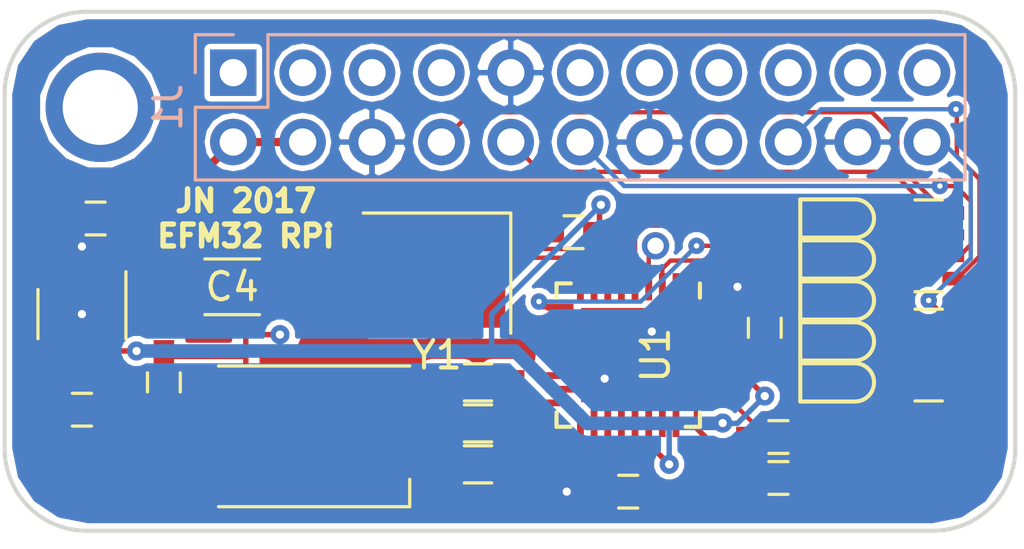
<source format=kicad_pcb>
(kicad_pcb (version 4) (host pcbnew 4.0.6)

  (general
    (links 66)
    (no_connects 1)
    (area 121.094999 71.354999 158.245001 90.505001)
    (thickness 1.6)
    (drawings 11)
    (tracks 238)
    (zones 0)
    (modules 27)
    (nets 30)
  )

  (page A4)
  (layers
    (0 F.Cu signal)
    (31 B.Cu signal)
    (32 B.Adhes user)
    (33 F.Adhes user)
    (34 B.Paste user)
    (35 F.Paste user)
    (36 B.SilkS user)
    (37 F.SilkS user)
    (38 B.Mask user hide)
    (39 F.Mask user)
    (40 Dwgs.User user)
    (41 Cmts.User user)
    (42 Eco1.User user)
    (43 Eco2.User user)
    (44 Edge.Cuts user)
    (45 Margin user)
    (46 B.CrtYd user)
    (47 F.CrtYd user)
    (48 B.Fab user hide)
    (49 F.Fab user hide)
  )

  (setup
    (last_trace_width 0.16)
    (trace_clearance 0.16)
    (zone_clearance 0.4)
    (zone_45_only no)
    (trace_min 0.16)
    (segment_width 0.2)
    (edge_width 0.15)
    (via_size 0.6)
    (via_drill 0.2)
    (via_min_size 0.6)
    (via_min_drill 0.2)
    (uvia_size 0.3)
    (uvia_drill 0.1)
    (uvias_allowed no)
    (uvia_min_size 0.2)
    (uvia_min_drill 0.1)
    (pcb_text_width 0.3)
    (pcb_text_size 1.5 1.5)
    (mod_edge_width 0.15)
    (mod_text_size 1 1)
    (mod_text_width 0.15)
    (pad_size 1 1)
    (pad_drill 0.6)
    (pad_to_mask_clearance 0.1)
    (solder_mask_min_width 0.35)
    (aux_axis_origin 0 0)
    (visible_elements FFFFEF7F)
    (pcbplotparams
      (layerselection 0x00030_80000001)
      (usegerberextensions false)
      (excludeedgelayer true)
      (linewidth 0.100000)
      (plotframeref false)
      (viasonmask false)
      (mode 1)
      (useauxorigin false)
      (hpglpennumber 1)
      (hpglpenspeed 20)
      (hpglpendiameter 15)
      (hpglpenoverlay 2)
      (psnegative false)
      (psa4output false)
      (plotreference true)
      (plotvalue true)
      (plotinvisibletext false)
      (padsonsilk false)
      (subtractmaskfromsilk false)
      (outputformat 1)
      (mirror false)
      (drillshape 1)
      (scaleselection 1)
      (outputdirectory ""))
  )

  (net 0 "")
  (net 1 +5V)
  (net 2 GND)
  (net 3 /nRST)
  (net 4 /SWD_IO)
  (net 5 /SWD_CLK)
  (net 6 "Net-(D1-Pad3)")
  (net 7 "Net-(D1-Pad2)")
  (net 8 VDD)
  (net 9 "Net-(C5-Pad1)")
  (net 10 "Net-(C9-Pad1)")
  (net 11 /GPIO14)
  (net 12 /GPIO15)
  (net 13 /GPIO18)
  (net 14 /GPIO24)
  (net 15 /GPIO25)
  (net 16 /LED_R)
  (net 17 /LED_G)
  (net 18 /LED_B)
  (net 19 /RPI_TX)
  (net 20 /RPI_RX)
  (net 21 /PGPIO14)
  (net 22 /PGPIO15)
  (net 23 /PGPIO18)
  (net 24 /PGPIO24)
  (net 25 /PGPIO25)
  (net 26 "Net-(U1-Pad7)")
  (net 27 "Net-(U1-Pad8)")
  (net 28 /SWD_SWO)
  (net 29 "Net-(D1-Pad1)")

  (net_class Default "This is the default net class."
    (clearance 0.16)
    (trace_width 0.16)
    (via_dia 0.6)
    (via_drill 0.2)
    (uvia_dia 0.3)
    (uvia_drill 0.1)
    (add_net /GPIO14)
    (add_net /GPIO15)
    (add_net /GPIO18)
    (add_net /GPIO24)
    (add_net /GPIO25)
    (add_net /LED_B)
    (add_net /LED_G)
    (add_net /LED_R)
    (add_net /PGPIO14)
    (add_net /PGPIO15)
    (add_net /PGPIO18)
    (add_net /PGPIO24)
    (add_net /PGPIO25)
    (add_net /RPI_RX)
    (add_net /RPI_TX)
    (add_net /SWD_CLK)
    (add_net /SWD_IO)
    (add_net /SWD_SWO)
    (add_net /nRST)
    (add_net "Net-(C5-Pad1)")
    (add_net "Net-(C9-Pad1)")
    (add_net "Net-(D1-Pad1)")
    (add_net "Net-(D1-Pad2)")
    (add_net "Net-(D1-Pad3)")
    (add_net "Net-(U1-Pad7)")
    (add_net "Net-(U1-Pad8)")
  )

  (net_class "Big supply" ""
    (clearance 0.16)
    (trace_width 0.3)
    (via_dia 1)
    (via_drill 0.4)
    (uvia_dia 0.3)
    (uvia_drill 0.1)
    (add_net +5V)
  )

  (net_class Supply ""
    (clearance 0.16)
    (trace_width 0.2)
    (via_dia 0.7)
    (via_drill 0.3)
    (uvia_dia 0.3)
    (uvia_drill 0.1)
    (add_net GND)
    (add_net VDD)
  )

  (module TO_SOT_Packages_SMD:SOT-23-5_HandSoldering (layer F.Cu) (tedit 59847CEF) (tstamp 59904447)
    (at 124 82.5 270)
    (descr "5-pin SOT23 package")
    (tags "SOT-23-5 hand-soldering")
    (path /5980BFB3)
    (attr smd)
    (fp_text reference U2 (at 0 2.5 270) (layer F.SilkS) hide
      (effects (font (size 1 1) (thickness 0.15)))
    )
    (fp_text value LP2985LV (at 0 2.9 270) (layer F.Fab)
      (effects (font (size 1 1) (thickness 0.15)))
    )
    (fp_line (start -0.9 1.61) (end 0.9 1.61) (layer F.SilkS) (width 0.12))
    (fp_line (start 0.9 -1.61) (end -1.55 -1.61) (layer F.SilkS) (width 0.12))
    (fp_line (start -0.9 -0.9) (end -0.25 -1.55) (layer F.Fab) (width 0.1))
    (fp_line (start 0.9 -1.55) (end -0.25 -1.55) (layer F.Fab) (width 0.1))
    (fp_line (start -0.9 -0.9) (end -0.9 1.55) (layer F.Fab) (width 0.1))
    (fp_line (start 0.9 1.55) (end -0.9 1.55) (layer F.Fab) (width 0.1))
    (fp_line (start 0.9 -1.55) (end 0.9 1.55) (layer F.Fab) (width 0.1))
    (fp_line (start -2.38 -1.8) (end 2.38 -1.8) (layer F.CrtYd) (width 0.05))
    (fp_line (start -2.38 -1.8) (end -2.38 1.8) (layer F.CrtYd) (width 0.05))
    (fp_line (start 2.38 1.8) (end 2.38 -1.8) (layer F.CrtYd) (width 0.05))
    (fp_line (start 2.38 1.8) (end -2.38 1.8) (layer F.CrtYd) (width 0.05))
    (pad 1 smd rect (at -1.35 -0.95 270) (size 1.56 0.65) (layers F.Cu F.Paste F.Mask)
      (net 1 +5V))
    (pad 2 smd rect (at -1.35 0 270) (size 1.56 0.65) (layers F.Cu F.Paste F.Mask)
      (net 2 GND))
    (pad 3 smd rect (at -1.35 0.95 270) (size 1.56 0.65) (layers F.Cu F.Paste F.Mask)
      (net 1 +5V))
    (pad 4 smd rect (at 1.35 0.95 270) (size 1.56 0.65) (layers F.Cu F.Paste F.Mask)
      (net 9 "Net-(C5-Pad1)"))
    (pad 5 smd rect (at 1.35 -0.95 270) (size 1.56 0.65) (layers F.Cu F.Paste F.Mask)
      (net 8 VDD))
    (model TO_SOT_Packages_SMD.3dshapes\SOT-23-5.wrl
      (at (xyz 0 0 0))
      (scale (xyz 1 1 1))
      (rotate (xyz 0 0 0))
    )
  )

  (module Capacitors_SMD:C_0603_HandSoldering (layer F.Cu) (tedit 59847CE9) (tstamp 5981D325)
    (at 124.5 79 180)
    (descr "Capacitor SMD 0603, hand soldering")
    (tags "capacitor 0603")
    (path /5981ECE8)
    (attr smd)
    (fp_text reference C1 (at 3 0 180) (layer F.SilkS) hide
      (effects (font (size 1 1) (thickness 0.15)))
    )
    (fp_text value 1u (at 0 1.5 180) (layer F.Fab)
      (effects (font (size 1 1) (thickness 0.15)))
    )
    (fp_text user %R (at 0 -1.25 180) (layer F.Fab)
      (effects (font (size 1 1) (thickness 0.15)))
    )
    (fp_line (start -0.8 0.4) (end -0.8 -0.4) (layer F.Fab) (width 0.1))
    (fp_line (start 0.8 0.4) (end -0.8 0.4) (layer F.Fab) (width 0.1))
    (fp_line (start 0.8 -0.4) (end 0.8 0.4) (layer F.Fab) (width 0.1))
    (fp_line (start -0.8 -0.4) (end 0.8 -0.4) (layer F.Fab) (width 0.1))
    (fp_line (start -0.35 -0.6) (end 0.35 -0.6) (layer F.SilkS) (width 0.12))
    (fp_line (start 0.35 0.6) (end -0.35 0.6) (layer F.SilkS) (width 0.12))
    (fp_line (start -1.8 -0.65) (end 1.8 -0.65) (layer F.CrtYd) (width 0.05))
    (fp_line (start -1.8 -0.65) (end -1.8 0.65) (layer F.CrtYd) (width 0.05))
    (fp_line (start 1.8 0.65) (end 1.8 -0.65) (layer F.CrtYd) (width 0.05))
    (fp_line (start 1.8 0.65) (end -1.8 0.65) (layer F.CrtYd) (width 0.05))
    (pad 1 smd rect (at -0.95 0 180) (size 1.2 0.75) (layers F.Cu F.Paste F.Mask)
      (net 1 +5V))
    (pad 2 smd rect (at 0.95 0 180) (size 1.2 0.75) (layers F.Cu F.Paste F.Mask)
      (net 2 GND))
    (model Capacitors_SMD.3dshapes/C_0603.wrl
      (at (xyz 0 0 0))
      (scale (xyz 1 1 1))
      (rotate (xyz 0 0 0))
    )
  )

  (module Capacitors_SMD:C_0603_HandSoldering (layer F.Cu) (tedit 59847D42) (tstamp 5981D32B)
    (at 149.5 88.5)
    (descr "Capacitor SMD 0603, hand soldering")
    (tags "capacitor 0603")
    (path /5981C279)
    (attr smd)
    (fp_text reference C2 (at 0 1.5) (layer F.SilkS) hide
      (effects (font (size 1 1) (thickness 0.15)))
    )
    (fp_text value 0.1u (at 0 1.5) (layer F.Fab)
      (effects (font (size 1 1) (thickness 0.15)))
    )
    (fp_text user %R (at 0 -1.25) (layer F.Fab)
      (effects (font (size 1 1) (thickness 0.15)))
    )
    (fp_line (start -0.8 0.4) (end -0.8 -0.4) (layer F.Fab) (width 0.1))
    (fp_line (start 0.8 0.4) (end -0.8 0.4) (layer F.Fab) (width 0.1))
    (fp_line (start 0.8 -0.4) (end 0.8 0.4) (layer F.Fab) (width 0.1))
    (fp_line (start -0.8 -0.4) (end 0.8 -0.4) (layer F.Fab) (width 0.1))
    (fp_line (start -0.35 -0.6) (end 0.35 -0.6) (layer F.SilkS) (width 0.12))
    (fp_line (start 0.35 0.6) (end -0.35 0.6) (layer F.SilkS) (width 0.12))
    (fp_line (start -1.8 -0.65) (end 1.8 -0.65) (layer F.CrtYd) (width 0.05))
    (fp_line (start -1.8 -0.65) (end -1.8 0.65) (layer F.CrtYd) (width 0.05))
    (fp_line (start 1.8 0.65) (end 1.8 -0.65) (layer F.CrtYd) (width 0.05))
    (fp_line (start 1.8 0.65) (end -1.8 0.65) (layer F.CrtYd) (width 0.05))
    (pad 1 smd rect (at -0.95 0) (size 1.2 0.75) (layers F.Cu F.Paste F.Mask)
      (net 8 VDD))
    (pad 2 smd rect (at 0.95 0) (size 1.2 0.75) (layers F.Cu F.Paste F.Mask)
      (net 2 GND))
    (model Capacitors_SMD.3dshapes/C_0603.wrl
      (at (xyz 0 0 0))
      (scale (xyz 1 1 1))
      (rotate (xyz 0 0 0))
    )
  )

  (module Capacitors_SMD:C_1206_HandSoldering (layer F.Cu) (tedit 58AA84D1) (tstamp 5981D337)
    (at 129.5 81.5 180)
    (descr "Capacitor SMD 1206, hand soldering")
    (tags "capacitor 1206")
    (path /5981DABA)
    (attr smd)
    (fp_text reference C4 (at 0 0 180) (layer F.SilkS)
      (effects (font (size 1 1) (thickness 0.15)))
    )
    (fp_text value 10u (at 0 2 180) (layer F.Fab)
      (effects (font (size 1 1) (thickness 0.15)))
    )
    (fp_text user %R (at 0 -1.75 180) (layer F.Fab)
      (effects (font (size 1 1) (thickness 0.15)))
    )
    (fp_line (start -1.6 0.8) (end -1.6 -0.8) (layer F.Fab) (width 0.1))
    (fp_line (start 1.6 0.8) (end -1.6 0.8) (layer F.Fab) (width 0.1))
    (fp_line (start 1.6 -0.8) (end 1.6 0.8) (layer F.Fab) (width 0.1))
    (fp_line (start -1.6 -0.8) (end 1.6 -0.8) (layer F.Fab) (width 0.1))
    (fp_line (start 1 -1.02) (end -1 -1.02) (layer F.SilkS) (width 0.12))
    (fp_line (start -1 1.02) (end 1 1.02) (layer F.SilkS) (width 0.12))
    (fp_line (start -3.25 -1.05) (end 3.25 -1.05) (layer F.CrtYd) (width 0.05))
    (fp_line (start -3.25 -1.05) (end -3.25 1.05) (layer F.CrtYd) (width 0.05))
    (fp_line (start 3.25 1.05) (end 3.25 -1.05) (layer F.CrtYd) (width 0.05))
    (fp_line (start 3.25 1.05) (end -3.25 1.05) (layer F.CrtYd) (width 0.05))
    (pad 1 smd rect (at -2 0 180) (size 2 1.6) (layers F.Cu F.Paste F.Mask)
      (net 8 VDD))
    (pad 2 smd rect (at 2 0 180) (size 2 1.6) (layers F.Cu F.Paste F.Mask)
      (net 2 GND))
    (model Capacitors_SMD.3dshapes/C_1206.wrl
      (at (xyz 0 0 0))
      (scale (xyz 1 1 1))
      (rotate (xyz 0 0 0))
    )
  )

  (module Capacitors_SMD:C_0603_HandSoldering (layer F.Cu) (tedit 59847CF5) (tstamp 5981D33D)
    (at 124 86)
    (descr "Capacitor SMD 0603, hand soldering")
    (tags "capacitor 0603")
    (path /5981F38C)
    (attr smd)
    (fp_text reference C5 (at 0 1.5) (layer F.SilkS) hide
      (effects (font (size 1 1) (thickness 0.15)))
    )
    (fp_text value DNP (at 0 1.5) (layer F.Fab)
      (effects (font (size 1 1) (thickness 0.15)))
    )
    (fp_text user %R (at 0 -1.25) (layer F.Fab)
      (effects (font (size 1 1) (thickness 0.15)))
    )
    (fp_line (start -0.8 0.4) (end -0.8 -0.4) (layer F.Fab) (width 0.1))
    (fp_line (start 0.8 0.4) (end -0.8 0.4) (layer F.Fab) (width 0.1))
    (fp_line (start 0.8 -0.4) (end 0.8 0.4) (layer F.Fab) (width 0.1))
    (fp_line (start -0.8 -0.4) (end 0.8 -0.4) (layer F.Fab) (width 0.1))
    (fp_line (start -0.35 -0.6) (end 0.35 -0.6) (layer F.SilkS) (width 0.12))
    (fp_line (start 0.35 0.6) (end -0.35 0.6) (layer F.SilkS) (width 0.12))
    (fp_line (start -1.8 -0.65) (end 1.8 -0.65) (layer F.CrtYd) (width 0.05))
    (fp_line (start -1.8 -0.65) (end -1.8 0.65) (layer F.CrtYd) (width 0.05))
    (fp_line (start 1.8 0.65) (end 1.8 -0.65) (layer F.CrtYd) (width 0.05))
    (fp_line (start 1.8 0.65) (end -1.8 0.65) (layer F.CrtYd) (width 0.05))
    (pad 1 smd rect (at -0.95 0) (size 1.2 0.75) (layers F.Cu F.Paste F.Mask)
      (net 9 "Net-(C5-Pad1)"))
    (pad 2 smd rect (at 0.95 0) (size 1.2 0.75) (layers F.Cu F.Paste F.Mask)
      (net 2 GND))
    (model Capacitors_SMD.3dshapes/C_0603.wrl
      (at (xyz 0 0 0))
      (scale (xyz 1 1 1))
      (rotate (xyz 0 0 0))
    )
  )

  (module Capacitors_SMD:C_0603_HandSoldering (layer F.Cu) (tedit 59847D3E) (tstamp 5981D343)
    (at 149 83 90)
    (descr "Capacitor SMD 0603, hand soldering")
    (tags "capacitor 0603")
    (path /5981D829)
    (attr smd)
    (fp_text reference C6 (at 0 -1.25 90) (layer F.SilkS) hide
      (effects (font (size 1 1) (thickness 0.15)))
    )
    (fp_text value 0.1u (at 0 1.5 90) (layer F.Fab)
      (effects (font (size 1 1) (thickness 0.15)))
    )
    (fp_text user %R (at 0 -1.25 90) (layer F.Fab)
      (effects (font (size 1 1) (thickness 0.15)))
    )
    (fp_line (start -0.8 0.4) (end -0.8 -0.4) (layer F.Fab) (width 0.1))
    (fp_line (start 0.8 0.4) (end -0.8 0.4) (layer F.Fab) (width 0.1))
    (fp_line (start 0.8 -0.4) (end 0.8 0.4) (layer F.Fab) (width 0.1))
    (fp_line (start -0.8 -0.4) (end 0.8 -0.4) (layer F.Fab) (width 0.1))
    (fp_line (start -0.35 -0.6) (end 0.35 -0.6) (layer F.SilkS) (width 0.12))
    (fp_line (start 0.35 0.6) (end -0.35 0.6) (layer F.SilkS) (width 0.12))
    (fp_line (start -1.8 -0.65) (end 1.8 -0.65) (layer F.CrtYd) (width 0.05))
    (fp_line (start -1.8 -0.65) (end -1.8 0.65) (layer F.CrtYd) (width 0.05))
    (fp_line (start 1.8 0.65) (end 1.8 -0.65) (layer F.CrtYd) (width 0.05))
    (fp_line (start 1.8 0.65) (end -1.8 0.65) (layer F.CrtYd) (width 0.05))
    (pad 1 smd rect (at -0.95 0 90) (size 1.2 0.75) (layers F.Cu F.Paste F.Mask)
      (net 8 VDD))
    (pad 2 smd rect (at 0.95 0 90) (size 1.2 0.75) (layers F.Cu F.Paste F.Mask)
      (net 2 GND))
    (model Capacitors_SMD.3dshapes/C_0603.wrl
      (at (xyz 0 0 0))
      (scale (xyz 1 1 1))
      (rotate (xyz 0 0 0))
    )
  )

  (module Capacitors_SMD:C_0603_HandSoldering (layer F.Cu) (tedit 59847D5F) (tstamp 5981D349)
    (at 144 89 180)
    (descr "Capacitor SMD 0603, hand soldering")
    (tags "capacitor 0603")
    (path /5981DF1B)
    (attr smd)
    (fp_text reference C7 (at 0 -1.25 180) (layer F.SilkS) hide
      (effects (font (size 1 1) (thickness 0.15)))
    )
    (fp_text value 10n (at 0 1.5 180) (layer F.Fab)
      (effects (font (size 1 1) (thickness 0.15)))
    )
    (fp_text user %R (at 0 -1.25 180) (layer F.Fab)
      (effects (font (size 1 1) (thickness 0.15)))
    )
    (fp_line (start -0.8 0.4) (end -0.8 -0.4) (layer F.Fab) (width 0.1))
    (fp_line (start 0.8 0.4) (end -0.8 0.4) (layer F.Fab) (width 0.1))
    (fp_line (start 0.8 -0.4) (end 0.8 0.4) (layer F.Fab) (width 0.1))
    (fp_line (start -0.8 -0.4) (end 0.8 -0.4) (layer F.Fab) (width 0.1))
    (fp_line (start -0.35 -0.6) (end 0.35 -0.6) (layer F.SilkS) (width 0.12))
    (fp_line (start 0.35 0.6) (end -0.35 0.6) (layer F.SilkS) (width 0.12))
    (fp_line (start -1.8 -0.65) (end 1.8 -0.65) (layer F.CrtYd) (width 0.05))
    (fp_line (start -1.8 -0.65) (end -1.8 0.65) (layer F.CrtYd) (width 0.05))
    (fp_line (start 1.8 0.65) (end 1.8 -0.65) (layer F.CrtYd) (width 0.05))
    (fp_line (start 1.8 0.65) (end -1.8 0.65) (layer F.CrtYd) (width 0.05))
    (pad 1 smd rect (at -0.95 0 180) (size 1.2 0.75) (layers F.Cu F.Paste F.Mask)
      (net 8 VDD))
    (pad 2 smd rect (at 0.95 0 180) (size 1.2 0.75) (layers F.Cu F.Paste F.Mask)
      (net 2 GND))
    (model Capacitors_SMD.3dshapes/C_0603.wrl
      (at (xyz 0 0 0))
      (scale (xyz 1 1 1))
      (rotate (xyz 0 0 0))
    )
  )

  (module Capacitors_SMD:C_0603_HandSoldering (layer F.Cu) (tedit 59847D65) (tstamp 5981D34F)
    (at 142 79.5 180)
    (descr "Capacitor SMD 0603, hand soldering")
    (tags "capacitor 0603")
    (path /5981E0A1)
    (attr smd)
    (fp_text reference C8 (at 0 -1.25 180) (layer F.SilkS) hide
      (effects (font (size 1 1) (thickness 0.15)))
    )
    (fp_text value 10n (at 0 1.5 180) (layer F.Fab)
      (effects (font (size 1 1) (thickness 0.15)))
    )
    (fp_text user %R (at 0 -1.25 180) (layer F.Fab)
      (effects (font (size 1 1) (thickness 0.15)))
    )
    (fp_line (start -0.8 0.4) (end -0.8 -0.4) (layer F.Fab) (width 0.1))
    (fp_line (start 0.8 0.4) (end -0.8 0.4) (layer F.Fab) (width 0.1))
    (fp_line (start 0.8 -0.4) (end 0.8 0.4) (layer F.Fab) (width 0.1))
    (fp_line (start -0.8 -0.4) (end 0.8 -0.4) (layer F.Fab) (width 0.1))
    (fp_line (start -0.35 -0.6) (end 0.35 -0.6) (layer F.SilkS) (width 0.12))
    (fp_line (start 0.35 0.6) (end -0.35 0.6) (layer F.SilkS) (width 0.12))
    (fp_line (start -1.8 -0.65) (end 1.8 -0.65) (layer F.CrtYd) (width 0.05))
    (fp_line (start -1.8 -0.65) (end -1.8 0.65) (layer F.CrtYd) (width 0.05))
    (fp_line (start 1.8 0.65) (end 1.8 -0.65) (layer F.CrtYd) (width 0.05))
    (fp_line (start 1.8 0.65) (end -1.8 0.65) (layer F.CrtYd) (width 0.05))
    (pad 1 smd rect (at -0.95 0 180) (size 1.2 0.75) (layers F.Cu F.Paste F.Mask)
      (net 8 VDD))
    (pad 2 smd rect (at 0.95 0 180) (size 1.2 0.75) (layers F.Cu F.Paste F.Mask)
      (net 2 GND))
    (model Capacitors_SMD.3dshapes/C_0603.wrl
      (at (xyz 0 0 0))
      (scale (xyz 1 1 1))
      (rotate (xyz 0 0 0))
    )
  )

  (module Capacitors_SMD:C_0603_HandSoldering (layer F.Cu) (tedit 59847D40) (tstamp 5981D355)
    (at 149.5 87)
    (descr "Capacitor SMD 0603, hand soldering")
    (tags "capacitor 0603")
    (path /5981D546)
    (attr smd)
    (fp_text reference C9 (at 2 0 90) (layer F.SilkS) hide
      (effects (font (size 1 1) (thickness 0.15)))
    )
    (fp_text value 1u (at 0 1.5) (layer F.Fab)
      (effects (font (size 1 1) (thickness 0.15)))
    )
    (fp_text user %R (at 0 -1.25) (layer F.Fab)
      (effects (font (size 1 1) (thickness 0.15)))
    )
    (fp_line (start -0.8 0.4) (end -0.8 -0.4) (layer F.Fab) (width 0.1))
    (fp_line (start 0.8 0.4) (end -0.8 0.4) (layer F.Fab) (width 0.1))
    (fp_line (start 0.8 -0.4) (end 0.8 0.4) (layer F.Fab) (width 0.1))
    (fp_line (start -0.8 -0.4) (end 0.8 -0.4) (layer F.Fab) (width 0.1))
    (fp_line (start -0.35 -0.6) (end 0.35 -0.6) (layer F.SilkS) (width 0.12))
    (fp_line (start 0.35 0.6) (end -0.35 0.6) (layer F.SilkS) (width 0.12))
    (fp_line (start -1.8 -0.65) (end 1.8 -0.65) (layer F.CrtYd) (width 0.05))
    (fp_line (start -1.8 -0.65) (end -1.8 0.65) (layer F.CrtYd) (width 0.05))
    (fp_line (start 1.8 0.65) (end 1.8 -0.65) (layer F.CrtYd) (width 0.05))
    (fp_line (start 1.8 0.65) (end -1.8 0.65) (layer F.CrtYd) (width 0.05))
    (pad 1 smd rect (at -0.95 0) (size 1.2 0.75) (layers F.Cu F.Paste F.Mask)
      (net 10 "Net-(C9-Pad1)"))
    (pad 2 smd rect (at 0.95 0) (size 1.2 0.75) (layers F.Cu F.Paste F.Mask)
      (net 2 GND))
    (model Capacitors_SMD.3dshapes/C_0603.wrl
      (at (xyz 0 0 0))
      (scale (xyz 1 1 1))
      (rotate (xyz 0 0 0))
    )
  )

  (module Resistors_SMD:R_0603_HandSoldering (layer F.Cu) (tedit 59847D71) (tstamp 5981D35B)
    (at 138.5 88)
    (descr "Resistor SMD 0603, hand soldering")
    (tags "resistor 0603")
    (path /598214C8)
    (attr smd)
    (fp_text reference R1 (at 0 -1.45) (layer F.SilkS) hide
      (effects (font (size 1 1) (thickness 0.15)))
    )
    (fp_text value res (at 0 1.55) (layer F.Fab)
      (effects (font (size 1 1) (thickness 0.15)))
    )
    (fp_text user %R (at 0 -1.45) (layer F.Fab)
      (effects (font (size 1 1) (thickness 0.15)))
    )
    (fp_line (start -0.8 0.4) (end -0.8 -0.4) (layer F.Fab) (width 0.1))
    (fp_line (start 0.8 0.4) (end -0.8 0.4) (layer F.Fab) (width 0.1))
    (fp_line (start 0.8 -0.4) (end 0.8 0.4) (layer F.Fab) (width 0.1))
    (fp_line (start -0.8 -0.4) (end 0.8 -0.4) (layer F.Fab) (width 0.1))
    (fp_line (start 0.5 0.68) (end -0.5 0.68) (layer F.SilkS) (width 0.12))
    (fp_line (start -0.5 -0.68) (end 0.5 -0.68) (layer F.SilkS) (width 0.12))
    (fp_line (start -1.96 -0.7) (end 1.95 -0.7) (layer F.CrtYd) (width 0.05))
    (fp_line (start -1.96 -0.7) (end -1.96 0.7) (layer F.CrtYd) (width 0.05))
    (fp_line (start 1.95 0.7) (end 1.95 -0.7) (layer F.CrtYd) (width 0.05))
    (fp_line (start 1.95 0.7) (end -1.96 0.7) (layer F.CrtYd) (width 0.05))
    (pad 1 smd rect (at -1.1 0) (size 1.2 0.9) (layers F.Cu F.Paste F.Mask)
      (net 29 "Net-(D1-Pad1)"))
    (pad 2 smd rect (at 1.1 0) (size 1.2 0.9) (layers F.Cu F.Paste F.Mask)
      (net 16 /LED_R))
    (model Resistors_SMD.3dshapes/R_0603.wrl
      (at (xyz 0 0 0))
      (scale (xyz 1 1 1))
      (rotate (xyz 0 0 0))
    )
  )

  (module Resistors_SMD:R_0603_HandSoldering (layer F.Cu) (tedit 59847D74) (tstamp 5981D361)
    (at 138.5 86.5)
    (descr "Resistor SMD 0603, hand soldering")
    (tags "resistor 0603")
    (path /598215E2)
    (attr smd)
    (fp_text reference R2 (at 0 -1.45) (layer F.SilkS) hide
      (effects (font (size 1 1) (thickness 0.15)))
    )
    (fp_text value res (at 0 1.55) (layer F.Fab)
      (effects (font (size 1 1) (thickness 0.15)))
    )
    (fp_text user %R (at 0 -1.45) (layer F.Fab)
      (effects (font (size 1 1) (thickness 0.15)))
    )
    (fp_line (start -0.8 0.4) (end -0.8 -0.4) (layer F.Fab) (width 0.1))
    (fp_line (start 0.8 0.4) (end -0.8 0.4) (layer F.Fab) (width 0.1))
    (fp_line (start 0.8 -0.4) (end 0.8 0.4) (layer F.Fab) (width 0.1))
    (fp_line (start -0.8 -0.4) (end 0.8 -0.4) (layer F.Fab) (width 0.1))
    (fp_line (start 0.5 0.68) (end -0.5 0.68) (layer F.SilkS) (width 0.12))
    (fp_line (start -0.5 -0.68) (end 0.5 -0.68) (layer F.SilkS) (width 0.12))
    (fp_line (start -1.96 -0.7) (end 1.95 -0.7) (layer F.CrtYd) (width 0.05))
    (fp_line (start -1.96 -0.7) (end -1.96 0.7) (layer F.CrtYd) (width 0.05))
    (fp_line (start 1.95 0.7) (end 1.95 -0.7) (layer F.CrtYd) (width 0.05))
    (fp_line (start 1.95 0.7) (end -1.96 0.7) (layer F.CrtYd) (width 0.05))
    (pad 1 smd rect (at -1.1 0) (size 1.2 0.9) (layers F.Cu F.Paste F.Mask)
      (net 7 "Net-(D1-Pad2)"))
    (pad 2 smd rect (at 1.1 0) (size 1.2 0.9) (layers F.Cu F.Paste F.Mask)
      (net 17 /LED_G))
    (model Resistors_SMD.3dshapes/R_0603.wrl
      (at (xyz 0 0 0))
      (scale (xyz 1 1 1))
      (rotate (xyz 0 0 0))
    )
  )

  (module Resistors_SMD:R_0603_HandSoldering (layer F.Cu) (tedit 59847D76) (tstamp 5981D367)
    (at 138.5 85)
    (descr "Resistor SMD 0603, hand soldering")
    (tags "resistor 0603")
    (path /59821633)
    (attr smd)
    (fp_text reference R3 (at 0 -1.45) (layer F.SilkS) hide
      (effects (font (size 1 1) (thickness 0.15)))
    )
    (fp_text value res (at 0 1.55) (layer F.Fab)
      (effects (font (size 1 1) (thickness 0.15)))
    )
    (fp_text user %R (at 0 -1.45) (layer F.Fab)
      (effects (font (size 1 1) (thickness 0.15)))
    )
    (fp_line (start -0.8 0.4) (end -0.8 -0.4) (layer F.Fab) (width 0.1))
    (fp_line (start 0.8 0.4) (end -0.8 0.4) (layer F.Fab) (width 0.1))
    (fp_line (start 0.8 -0.4) (end 0.8 0.4) (layer F.Fab) (width 0.1))
    (fp_line (start -0.8 -0.4) (end 0.8 -0.4) (layer F.Fab) (width 0.1))
    (fp_line (start 0.5 0.68) (end -0.5 0.68) (layer F.SilkS) (width 0.12))
    (fp_line (start -0.5 -0.68) (end 0.5 -0.68) (layer F.SilkS) (width 0.12))
    (fp_line (start -1.96 -0.7) (end 1.95 -0.7) (layer F.CrtYd) (width 0.05))
    (fp_line (start -1.96 -0.7) (end -1.96 0.7) (layer F.CrtYd) (width 0.05))
    (fp_line (start 1.95 0.7) (end 1.95 -0.7) (layer F.CrtYd) (width 0.05))
    (fp_line (start 1.95 0.7) (end -1.96 0.7) (layer F.CrtYd) (width 0.05))
    (pad 1 smd rect (at -1.1 0) (size 1.2 0.9) (layers F.Cu F.Paste F.Mask)
      (net 6 "Net-(D1-Pad3)"))
    (pad 2 smd rect (at 1.1 0) (size 1.2 0.9) (layers F.Cu F.Paste F.Mask)
      (net 18 /LED_B))
    (model Resistors_SMD.3dshapes/R_0603.wrl
      (at (xyz 0 0 0))
      (scale (xyz 1 1 1))
      (rotate (xyz 0 0 0))
    )
  )

  (module Capacitors_SMD:C_0603_HandSoldering (layer F.Cu) (tedit 59847CF9) (tstamp 5981D38D)
    (at 127 85 270)
    (descr "Capacitor SMD 0603, hand soldering")
    (tags "capacitor 0603")
    (path /5981C19D)
    (attr smd)
    (fp_text reference C3 (at 2.5 0 270) (layer F.SilkS) hide
      (effects (font (size 1 1) (thickness 0.15)))
    )
    (fp_text value 2.2u (at 0 1.5 270) (layer F.Fab)
      (effects (font (size 1 1) (thickness 0.15)))
    )
    (fp_text user %R (at 0 -1.25 270) (layer F.Fab)
      (effects (font (size 1 1) (thickness 0.15)))
    )
    (fp_line (start -0.8 0.4) (end -0.8 -0.4) (layer F.Fab) (width 0.1))
    (fp_line (start 0.8 0.4) (end -0.8 0.4) (layer F.Fab) (width 0.1))
    (fp_line (start 0.8 -0.4) (end 0.8 0.4) (layer F.Fab) (width 0.1))
    (fp_line (start -0.8 -0.4) (end 0.8 -0.4) (layer F.Fab) (width 0.1))
    (fp_line (start -0.35 -0.6) (end 0.35 -0.6) (layer F.SilkS) (width 0.12))
    (fp_line (start 0.35 0.6) (end -0.35 0.6) (layer F.SilkS) (width 0.12))
    (fp_line (start -1.8 -0.65) (end 1.8 -0.65) (layer F.CrtYd) (width 0.05))
    (fp_line (start -1.8 -0.65) (end -1.8 0.65) (layer F.CrtYd) (width 0.05))
    (fp_line (start 1.8 0.65) (end 1.8 -0.65) (layer F.CrtYd) (width 0.05))
    (fp_line (start 1.8 0.65) (end -1.8 0.65) (layer F.CrtYd) (width 0.05))
    (pad 1 smd rect (at -0.95 0 270) (size 1.2 0.75) (layers F.Cu F.Paste F.Mask)
      (net 8 VDD))
    (pad 2 smd rect (at 0.95 0 270) (size 1.2 0.75) (layers F.Cu F.Paste F.Mask)
      (net 2 GND))
    (model Capacitors_SMD.3dshapes/C_0603.wrl
      (at (xyz 0 0 0))
      (scale (xyz 1 1 1))
      (rotate (xyz 0 0 0))
    )
  )

  (module Resistors_SMD:R_Array_Convex_4x0603 (layer F.Cu) (tedit 59847CC6) (tstamp 5981D4C9)
    (at 155 80)
    (descr "Chip Resistor Network, ROHM MNR14 (see mnr_g.pdf)")
    (tags "resistor array")
    (path /598225A2)
    (attr smd)
    (fp_text reference RN1 (at 0 -2.5) (layer F.SilkS) hide
      (effects (font (size 1 1) (thickness 0.15)))
    )
    (fp_text value CAY16-221J4LF (at 0 2.8) (layer F.Fab)
      (effects (font (size 1 1) (thickness 0.15)))
    )
    (fp_text user %R (at 0 -2.8) (layer F.Fab)
      (effects (font (size 1 1) (thickness 0.15)))
    )
    (fp_line (start -0.8 -1.6) (end 0.8 -1.6) (layer F.Fab) (width 0.1))
    (fp_line (start 0.8 -1.6) (end 0.8 1.6) (layer F.Fab) (width 0.1))
    (fp_line (start 0.8 1.6) (end -0.8 1.6) (layer F.Fab) (width 0.1))
    (fp_line (start -0.8 1.6) (end -0.8 -1.6) (layer F.Fab) (width 0.1))
    (fp_line (start 0.5 1.68) (end -0.5 1.68) (layer F.SilkS) (width 0.12))
    (fp_line (start 0.5 -1.68) (end -0.5 -1.68) (layer F.SilkS) (width 0.12))
    (fp_line (start -1.55 -1.85) (end 1.55 -1.85) (layer F.CrtYd) (width 0.05))
    (fp_line (start -1.55 -1.85) (end -1.55 1.85) (layer F.CrtYd) (width 0.05))
    (fp_line (start 1.55 1.85) (end 1.55 -1.85) (layer F.CrtYd) (width 0.05))
    (fp_line (start 1.55 1.85) (end -1.55 1.85) (layer F.CrtYd) (width 0.05))
    (pad 1 smd rect (at -0.9 -1.2) (size 0.8 0.5) (layers F.Cu F.Paste F.Mask)
      (net 21 /PGPIO14))
    (pad 3 smd rect (at -0.9 0.4) (size 0.8 0.4) (layers F.Cu F.Paste F.Mask)
      (net 23 /PGPIO18))
    (pad 2 smd rect (at -0.9 -0.4) (size 0.8 0.4) (layers F.Cu F.Paste F.Mask)
      (net 22 /PGPIO15))
    (pad 4 smd rect (at -0.9 1.2) (size 0.8 0.5) (layers F.Cu F.Paste F.Mask)
      (net 24 /PGPIO24))
    (pad 7 smd rect (at 0.9 -0.4) (size 0.8 0.4) (layers F.Cu F.Paste F.Mask)
      (net 12 /GPIO15))
    (pad 8 smd rect (at 0.9 -1.2) (size 0.8 0.5) (layers F.Cu F.Paste F.Mask)
      (net 11 /GPIO14))
    (pad 6 smd rect (at 0.9 0.4) (size 0.8 0.4) (layers F.Cu F.Paste F.Mask)
      (net 13 /GPIO18))
    (pad 5 smd rect (at 0.9 1.2) (size 0.8 0.5) (layers F.Cu F.Paste F.Mask)
      (net 14 /GPIO24))
    (model Resistors_SMD.3dshapes/R_Array_Convex_4x0603.wrl
      (at (xyz 0 0 0))
      (scale (xyz 1 1 1))
      (rotate (xyz 0 0 0))
    )
  )

  (module Resistors_SMD:R_Array_Convex_4x0603 (layer F.Cu) (tedit 59847CC8) (tstamp 5981D4D4)
    (at 155 84)
    (descr "Chip Resistor Network, ROHM MNR14 (see mnr_g.pdf)")
    (tags "resistor array")
    (path /598226C6)
    (attr smd)
    (fp_text reference RN2 (at 0 2.5) (layer F.SilkS) hide
      (effects (font (size 1 1) (thickness 0.15)))
    )
    (fp_text value CAY16-221J4LF (at 0 2.8) (layer F.Fab)
      (effects (font (size 1 1) (thickness 0.15)))
    )
    (fp_text user %R (at 0 -2.8) (layer F.Fab)
      (effects (font (size 1 1) (thickness 0.15)))
    )
    (fp_line (start -0.8 -1.6) (end 0.8 -1.6) (layer F.Fab) (width 0.1))
    (fp_line (start 0.8 -1.6) (end 0.8 1.6) (layer F.Fab) (width 0.1))
    (fp_line (start 0.8 1.6) (end -0.8 1.6) (layer F.Fab) (width 0.1))
    (fp_line (start -0.8 1.6) (end -0.8 -1.6) (layer F.Fab) (width 0.1))
    (fp_line (start 0.5 1.68) (end -0.5 1.68) (layer F.SilkS) (width 0.12))
    (fp_line (start 0.5 -1.68) (end -0.5 -1.68) (layer F.SilkS) (width 0.12))
    (fp_line (start -1.55 -1.85) (end 1.55 -1.85) (layer F.CrtYd) (width 0.05))
    (fp_line (start -1.55 -1.85) (end -1.55 1.85) (layer F.CrtYd) (width 0.05))
    (fp_line (start 1.55 1.85) (end 1.55 -1.85) (layer F.CrtYd) (width 0.05))
    (fp_line (start 1.55 1.85) (end -1.55 1.85) (layer F.CrtYd) (width 0.05))
    (pad 1 smd rect (at -0.9 -1.2) (size 0.8 0.5) (layers F.Cu F.Paste F.Mask)
      (net 25 /PGPIO25))
    (pad 3 smd rect (at -0.9 0.4) (size 0.8 0.4) (layers F.Cu F.Paste F.Mask))
    (pad 2 smd rect (at -0.9 -0.4) (size 0.8 0.4) (layers F.Cu F.Paste F.Mask))
    (pad 4 smd rect (at -0.9 1.2) (size 0.8 0.5) (layers F.Cu F.Paste F.Mask))
    (pad 7 smd rect (at 0.9 -0.4) (size 0.8 0.4) (layers F.Cu F.Paste F.Mask))
    (pad 8 smd rect (at 0.9 -1.2) (size 0.8 0.5) (layers F.Cu F.Paste F.Mask)
      (net 15 /GPIO25))
    (pad 6 smd rect (at 0.9 0.4) (size 0.8 0.4) (layers F.Cu F.Paste F.Mask))
    (pad 5 smd rect (at 0.9 1.2) (size 0.8 0.5) (layers F.Cu F.Paste F.Mask))
    (model Resistors_SMD.3dshapes/R_Array_Convex_4x0603.wrl
      (at (xyz 0 0 0))
      (scale (xyz 1 1 1))
      (rotate (xyz 0 0 0))
    )
  )

  (module holes:hole_2.75 locked (layer F.Cu) (tedit 5981ED9B) (tstamp 5982144E)
    (at 124.67 74.93)
    (fp_text reference REF** (at 0 4.5) (layer F.SilkS) hide
      (effects (font (size 1 1) (thickness 0.15)))
    )
    (fp_text value hole_2.75 (at 0 -4) (layer F.Fab) hide
      (effects (font (size 1 1) (thickness 0.15)))
    )
    (fp_circle (center 0 0) (end 2.5 0) (layer F.Mask) (width 1.2))
    (fp_circle (center 0 0) (end 2.5 0) (layer B.Mask) (width 1.2))
    (pad "" np_thru_hole circle (at 0 0) (size 4 4) (drill 2.75) (layers *.Cu *.Mask))
  )

  (module Wire_Pads:SolderWirePad_single_1mmDrill (layer F.Cu) (tedit 59847D54) (tstamp 59846945)
    (at 145 80 270)
    (path /59847B90)
    (fp_text reference J2 (at -3 0 270) (layer F.SilkS) hide
      (effects (font (size 1 1) (thickness 0.15)))
    )
    (fp_text value TEST_1P (at -1.905 3.175 270) (layer F.Fab)
      (effects (font (size 1 1) (thickness 0.15)))
    )
    (pad 1 thru_hole circle (at 0 0 270) (size 1 1) (drill 0.6) (layers *.Cu *.Mask)
      (net 28 /SWD_SWO))
  )

  (module Crystals:Crystal_SMD_SeikoEpson_FA238-4pin_3.2x2.5mm_HandSoldering (layer F.Cu) (tedit 5873B462) (tstamp 5984694D)
    (at 137 81 180)
    (descr "crystal Epson Toyocom FA-238 series http://www.mouser.com/ds/2/137/1721499-465440.pdf, hand-soldering, 3.2x2.5mm^2 package")
    (tags "SMD SMT crystal hand-soldering")
    (path /5984A564)
    (attr smd)
    (fp_text reference Y1 (at 0 -3 180) (layer F.SilkS)
      (effects (font (size 1 1) (thickness 0.15)))
    )
    (fp_text value "38.4 MHz" (at 0 3 180) (layer F.Fab)
      (effects (font (size 1 1) (thickness 0.15)))
    )
    (fp_line (start -1.5 -1.25) (end 1.5 -1.25) (layer F.Fab) (width 0.1))
    (fp_line (start 1.5 -1.25) (end 1.6 -1.15) (layer F.Fab) (width 0.1))
    (fp_line (start 1.6 -1.15) (end 1.6 1.15) (layer F.Fab) (width 0.1))
    (fp_line (start 1.6 1.15) (end 1.5 1.25) (layer F.Fab) (width 0.1))
    (fp_line (start 1.5 1.25) (end -1.5 1.25) (layer F.Fab) (width 0.1))
    (fp_line (start -1.5 1.25) (end -1.6 1.15) (layer F.Fab) (width 0.1))
    (fp_line (start -1.6 1.15) (end -1.6 -1.15) (layer F.Fab) (width 0.1))
    (fp_line (start -1.6 -1.15) (end -1.5 -1.25) (layer F.Fab) (width 0.1))
    (fp_line (start -1.6 0.25) (end -0.6 1.25) (layer F.Fab) (width 0.1))
    (fp_line (start -2.7 -2.2) (end -2.7 2.2) (layer F.SilkS) (width 0.12))
    (fp_line (start -2.7 2.2) (end 2.7 2.2) (layer F.SilkS) (width 0.12))
    (fp_line (start -2.8 -2.3) (end -2.8 2.3) (layer F.CrtYd) (width 0.05))
    (fp_line (start -2.8 2.3) (end 2.8 2.3) (layer F.CrtYd) (width 0.05))
    (fp_line (start 2.8 2.3) (end 2.8 -2.3) (layer F.CrtYd) (width 0.05))
    (fp_line (start 2.8 -2.3) (end -2.8 -2.3) (layer F.CrtYd) (width 0.05))
    (pad 1 smd rect (at -1.45 1.1 180) (size 2.1 1.8) (layers F.Cu F.Mask)
      (net 27 "Net-(U1-Pad8)"))
    (pad 2 smd rect (at 1.45 1.1 180) (size 2.1 1.8) (layers F.Cu F.Mask)
      (net 2 GND))
    (pad 3 smd rect (at 1.45 -1.1 180) (size 2.1 1.8) (layers F.Cu F.Mask)
      (net 26 "Net-(U1-Pad7)"))
    (pad 4 smd rect (at -1.45 -1.1 180) (size 2.1 1.8) (layers F.Cu F.Mask)
      (net 2 GND))
    (model Crystals.3dshapes/Crystal_SMD_SeikoEpson_FA238-4pin_3.2x2.5mm_HandSoldering.wrl
      (at (xyz 0 0 0))
      (scale (xyz 0.24 0.24 0.24))
      (rotate (xyz 0 0 0))
    )
  )

  (module qfn:QFN-32-handsolder (layer F.Cu) (tedit 59846881) (tstamp 5984A5C6)
    (at 144 84 270)
    (descr "UH Package; 32-Lead Plastic QFN (5mm x 5mm); (see Linear Technology QFN_32_05-08-1693.pdf)")
    (tags "QFN 0.5")
    (path /5981C65A)
    (attr smd)
    (fp_text reference U1 (at 0 -1 270) (layer F.SilkS)
      (effects (font (size 1 1) (thickness 0.15)))
    )
    (fp_text value EFM32JG1B100F128GM32 (at 0 3.75 270) (layer F.Fab)
      (effects (font (size 1 1) (thickness 0.15)))
    )
    (fp_line (start -1.5 -2.5) (end 2.5 -2.5) (layer F.Fab) (width 0.15))
    (fp_line (start 2.5 -2.5) (end 2.5 2.5) (layer F.Fab) (width 0.15))
    (fp_line (start 2.5 2.5) (end -2.5 2.5) (layer F.Fab) (width 0.15))
    (fp_line (start -2.5 2.5) (end -2.5 -1.5) (layer F.Fab) (width 0.15))
    (fp_line (start -2.5 -1.5) (end -1.5 -2.5) (layer F.Fab) (width 0.15))
    (fp_line (start -3 -3) (end -3 3) (layer F.CrtYd) (width 0.05))
    (fp_line (start 3 -3) (end 3 3) (layer F.CrtYd) (width 0.05))
    (fp_line (start -3 -3) (end 3 -3) (layer F.CrtYd) (width 0.05))
    (fp_line (start -3 3) (end 3 3) (layer F.CrtYd) (width 0.05))
    (fp_line (start 2.625 -2.625) (end 2.625 -2.1) (layer F.SilkS) (width 0.15))
    (fp_line (start -2.625 2.625) (end -2.625 2.1) (layer F.SilkS) (width 0.15))
    (fp_line (start 2.625 2.625) (end 2.625 2.1) (layer F.SilkS) (width 0.15))
    (fp_line (start -2.625 -2.625) (end -2.1 -2.625) (layer F.SilkS) (width 0.15))
    (fp_line (start -2.625 2.625) (end -2.1 2.625) (layer F.SilkS) (width 0.15))
    (fp_line (start 2.625 2.625) (end 2.1 2.625) (layer F.SilkS) (width 0.15))
    (fp_line (start 2.625 -2.625) (end 2.1 -2.625) (layer F.SilkS) (width 0.15))
    (pad 1 smd rect (at -2.5 -1.75 270) (size 1 0.25) (layers F.Cu F.Paste F.Mask)
      (net 5 /SWD_CLK))
    (pad 2 smd rect (at -2.5 -1.25 270) (size 1 0.25) (layers F.Cu F.Paste F.Mask)
      (net 4 /SWD_IO))
    (pad 3 smd rect (at -2.5 -0.75 270) (size 1 0.25) (layers F.Cu F.Paste F.Mask)
      (net 28 /SWD_SWO))
    (pad 4 smd rect (at -2.5 -0.25 270) (size 1 0.25) (layers F.Cu F.Paste F.Mask)
      (net 20 /RPI_RX))
    (pad 5 smd rect (at -2.5 0.25 270) (size 1 0.25) (layers F.Cu F.Paste F.Mask)
      (net 19 /RPI_TX))
    (pad 6 smd rect (at -2.5 0.75 270) (size 1 0.25) (layers F.Cu F.Paste F.Mask)
      (net 8 VDD))
    (pad 7 smd rect (at -2.5 1.25 270) (size 1 0.25) (layers F.Cu F.Paste F.Mask)
      (net 26 "Net-(U1-Pad7)"))
    (pad 8 smd rect (at -2.5 1.75 270) (size 1 0.25) (layers F.Cu F.Paste F.Mask)
      (net 27 "Net-(U1-Pad8)"))
    (pad 9 smd rect (at -1.75 2.5) (size 1 0.25) (layers F.Cu F.Paste F.Mask)
      (net 3 /nRST))
    (pad 10 smd rect (at -1.25 2.5) (size 1 0.25) (layers F.Cu F.Paste F.Mask))
    (pad 11 smd rect (at -0.75 2.5) (size 1 0.25) (layers F.Cu F.Paste F.Mask))
    (pad 12 smd rect (at -0.25 2.5) (size 1 0.25) (layers F.Cu F.Paste F.Mask))
    (pad 13 smd rect (at 0.25 2.5) (size 1 0.25) (layers F.Cu F.Paste F.Mask))
    (pad 14 smd rect (at 0.75 2.5) (size 1 0.25) (layers F.Cu F.Paste F.Mask))
    (pad 15 smd rect (at 1.25 2.5) (size 1 0.25) (layers F.Cu F.Paste F.Mask))
    (pad 16 smd rect (at 1.75 2.5) (size 1 0.25) (layers F.Cu F.Paste F.Mask))
    (pad 17 smd rect (at 2.5 1.75 270) (size 1 0.25) (layers F.Cu F.Paste F.Mask))
    (pad 18 smd rect (at 2.5 1.25 270) (size 1 0.25) (layers F.Cu F.Paste F.Mask))
    (pad 19 smd rect (at 2.5 0.75 270) (size 1 0.25) (layers F.Cu F.Paste F.Mask)
      (net 18 /LED_B))
    (pad 20 smd rect (at 2.5 0.25 270) (size 1 0.25) (layers F.Cu F.Paste F.Mask)
      (net 17 /LED_G))
    (pad 21 smd rect (at 2.5 -0.25 270) (size 1 0.25) (layers F.Cu F.Paste F.Mask)
      (net 16 /LED_R))
    (pad 22 smd rect (at 2.5 -0.75 270) (size 1 0.25) (layers F.Cu F.Paste F.Mask)
      (net 8 VDD))
    (pad 23 smd rect (at 2.5 -1.25 270) (size 1 0.25) (layers F.Cu F.Paste F.Mask))
    (pad 24 smd rect (at 2.5 -1.75 270) (size 1 0.25) (layers F.Cu F.Paste F.Mask))
    (pad 25 smd rect (at 1.75 -2.5) (size 1 0.25) (layers F.Cu F.Paste F.Mask)
      (net 8 VDD))
    (pad 26 smd rect (at 1.25 -2.5) (size 1 0.25) (layers F.Cu F.Paste F.Mask)
      (net 10 "Net-(C9-Pad1)"))
    (pad 27 smd rect (at 0.75 -2.5) (size 1 0.25) (layers F.Cu F.Paste F.Mask)
      (net 8 VDD))
    (pad 28 smd rect (at 0.25 -2.5) (size 1 0.25) (layers F.Cu F.Paste F.Mask))
    (pad 29 smd rect (at -0.25 -2.5) (size 1 0.25) (layers F.Cu F.Paste F.Mask))
    (pad 30 smd rect (at -0.75 -2.5) (size 1 0.25) (layers F.Cu F.Paste F.Mask))
    (pad 31 smd rect (at -1.25 -2.5) (size 1 0.25) (layers F.Cu F.Paste F.Mask))
    (pad 32 smd rect (at -1.75 -2.5) (size 1 0.25) (layers F.Cu F.Paste F.Mask))
    (pad 33 smd rect (at 0.8625 0.8625 270) (size 1.725 1.725) (layers F.Cu F.Paste F.Mask)
      (net 2 GND) (solder_paste_margin_ratio -0.2))
    (pad 33 smd rect (at 0.8625 -0.8625 270) (size 1.725 1.725) (layers F.Cu F.Paste F.Mask)
      (net 2 GND) (solder_paste_margin_ratio -0.2))
    (pad 33 smd rect (at -0.8625 0.8625 270) (size 1.725 1.725) (layers F.Cu F.Paste F.Mask)
      (net 2 GND) (solder_paste_margin_ratio -0.2))
    (pad 33 smd rect (at -0.8625 -0.8625 270) (size 1.725 1.725) (layers F.Cu F.Paste F.Mask)
      (net 2 GND) (solder_paste_margin_ratio -0.2))
    (model Housings_DFN_QFN.3dshapes/QFN-32-1EP_5x5mm_Pitch0.5mm.wrl
      (at (xyz 0 0 0))
      (scale (xyz 1 1 1))
      (rotate (xyz 0 0 0))
    )
  )

  (module led:LED_RGB_5050+PLCC4 (layer F.Cu) (tedit 59847D78) (tstamp 5984D349)
    (at 132.5 87 180)
    (descr "http://www.world-semi.com/en/Driver/Lighting/WS2811/WS212B/WS2822S/, http://www.cree.com/~/media/Files/Cree/LED-Components-and-Modules/HB/Data-Sheets/CLX6AFKB.pdf")
    (tags "LED RGB PLCC-6")
    (path /5984CA47)
    (attr smd)
    (fp_text reference D1 (at 0 -3.5 180) (layer F.SilkS) hide
      (effects (font (size 1 1) (thickness 0.15)))
    )
    (fp_text value LED_RGB (at 0 4 180) (layer F.Fab)
      (effects (font (size 1 1) (thickness 0.15)))
    )
    (fp_line (start 0.7 -1.6) (end 1.4 -0.9) (layer F.Fab) (width 0.05))
    (fp_line (start 1.4 -1.6) (end 1.4 1.6) (layer F.Fab) (width 0.05))
    (fp_line (start -1.4 -1.6) (end 1.4 -1.6) (layer F.Fab) (width 0.05))
    (fp_line (start -1.4 1.6) (end 1.4 1.6) (layer F.Fab) (width 0.05))
    (fp_line (start -1.4 -1.6) (end -1.4 1.6) (layer F.Fab) (width 0.05))
    (fp_line (start 3.75 -2.85) (end -3.75 -2.85) (layer F.CrtYd) (width 0.05))
    (fp_line (start 3.75 2.85) (end 3.75 -2.85) (layer F.CrtYd) (width 0.05))
    (fp_line (start -3 2) (end 3 2) (layer F.CrtYd) (width 0))
    (fp_line (start -3 -2) (end -3 2) (layer F.CrtYd) (width 0))
    (fp_line (start -2 -1) (end -1 -2) (layer F.Fab) (width 0))
    (fp_line (start -2.5 -2.5) (end 2.5 -2.5) (layer F.Fab) (width 0.1))
    (fp_line (start 2.5 -2.5) (end 2.5 2.5) (layer F.Fab) (width 0.1))
    (fp_line (start 2.5 2.5) (end -2.5 2.5) (layer F.Fab) (width 0.1))
    (fp_line (start -2.5 2.5) (end -2.5 -2.5) (layer F.Fab) (width 0.1))
    (fp_line (start -3.5 2.6) (end 3.5 2.6) (layer F.SilkS) (width 0.12))
    (fp_line (start -3.5 -1.55) (end -3.5 -2.55) (layer F.SilkS) (width 0.12))
    (fp_line (start -3.5 -2.55) (end 3.5 -2.55) (layer F.SilkS) (width 0.12))
    (fp_circle (center 0 0) (end 0 -2) (layer F.Fab) (width 0.1))
    (pad 4 smd rect (at 2.5 1.6 180) (size 1.6 1) (layers F.Cu F.Paste F.Mask)
      (net 8 VDD))
    (pad 5 smd rect (at 2.5 0 180) (size 1.6 1) (layers F.Cu F.Paste F.Mask)
      (net 8 VDD))
    (pad 6 smd rect (at 2.5 -1.6 180) (size 1.6 1) (layers F.Cu F.Paste F.Mask)
      (net 8 VDD))
    (pad 3 smd rect (at -2.5 1.6 180) (size 1.6 1) (layers F.Cu F.Paste F.Mask)
      (net 6 "Net-(D1-Pad3)"))
    (pad 2 smd rect (at -2.5 0 180) (size 1.6 1) (layers F.Cu F.Paste F.Mask)
      (net 7 "Net-(D1-Pad2)"))
    (pad 1 smd rect (at -2.5 -1.6 180) (size 1.6 1) (layers F.Cu F.Paste F.Mask)
      (net 29 "Net-(D1-Pad1)"))
    (pad 4 smd rect (at -0.75 -1.5 180) (size 1 1.4) (layers F.Cu F.Paste F.Mask)
      (net 8 VDD))
    (pad 1 smd rect (at 0.75 -1.5 180) (size 1 1.4) (layers F.Cu F.Paste F.Mask)
      (net 29 "Net-(D1-Pad1)"))
    (pad 3 smd rect (at -0.75 1.5) (size 1 1.4) (layers F.Cu F.Paste F.Mask)
      (net 6 "Net-(D1-Pad3)"))
    (pad 2 smd rect (at 0.75 1.5) (size 1 1.4) (layers F.Cu F.Paste F.Mask)
      (net 7 "Net-(D1-Pad2)"))
    (model LEDs.3dshapes/LED_WS2812-PLCC6.wrl
      (at (xyz 0 0 0))
      (scale (xyz 0.39 0.39 0.39))
      (rotate (xyz 0 0 0))
    )
  )

  (module tie:tie_0603 (layer F.Cu) (tedit 5984991D) (tstamp 598574DB)
    (at 151.5 79 180)
    (tags "net tie 0603")
    (path /5982E1E5)
    (attr smd)
    (fp_text reference JP1 (at -2.3 0 180) (layer F.SilkS) hide
      (effects (font (size 1 1) (thickness 0.15)))
    )
    (fp_text value tie (at 0 1.5 180) (layer F.Fab) hide
      (effects (font (size 1 1) (thickness 0.15)))
    )
    (fp_arc (start -0.8 0) (end -0.8 0.7) (angle 180) (layer F.SilkS) (width 0.15))
    (fp_line (start 1.2 -0.7) (end 1.2 0.7) (layer F.SilkS) (width 0.15))
    (fp_line (start -0.3 0) (end 0.3 0) (layer F.Mask) (width 0.4))
    (fp_text user %R (at 0 -1.45 180) (layer F.Fab) hide
      (effects (font (size 1 1) (thickness 0.15)))
    )
    (fp_line (start -0.8 0.4) (end -0.8 -0.4) (layer F.Fab) (width 0.1))
    (fp_line (start 0.8 0.4) (end -0.8 0.4) (layer F.Fab) (width 0.1))
    (fp_line (start 0.8 -0.4) (end 0.8 0.4) (layer F.Fab) (width 0.1))
    (fp_line (start -0.8 -0.4) (end 0.8 -0.4) (layer F.Fab) (width 0.1))
    (fp_line (start 1.2 0.7) (end -0.8 0.7) (layer F.SilkS) (width 0.15))
    (fp_line (start -0.8 -0.7) (end 1.2 -0.7) (layer F.SilkS) (width 0.15))
    (fp_line (start -1.25 -0.7) (end 1.25 -0.7) (layer F.CrtYd) (width 0.05))
    (fp_line (start -1.25 -0.7) (end -1.25 0.7) (layer F.CrtYd) (width 0.05))
    (fp_line (start 1.25 0.7) (end 1.25 -0.7) (layer F.CrtYd) (width 0.05))
    (fp_line (start 1.25 0.7) (end -1.25 0.7) (layer F.CrtYd) (width 0.05))
    (pad 1 smd rect (at -0.6 0 180) (size 0.8 0.9) (layers F.Cu F.Paste F.Mask)
      (net 21 /PGPIO14))
    (pad 2 smd rect (at 0.6 0 180) (size 0.8 0.9) (layers F.Cu F.Paste F.Mask)
      (net 19 /RPI_TX))
    (pad "" smd rect (at 0 0 180) (size 0.4 0.16) (layers F.Cu F.Paste F.Mask))
  )

  (module tie:tie_0603 (layer F.Cu) (tedit 5984991D) (tstamp 598574ED)
    (at 151.5 80.5 180)
    (tags "net tie 0603")
    (path /5982EB06)
    (attr smd)
    (fp_text reference JP2 (at -2.3 0 180) (layer F.SilkS) hide
      (effects (font (size 1 1) (thickness 0.15)))
    )
    (fp_text value tie (at 0 1.5 180) (layer F.Fab) hide
      (effects (font (size 1 1) (thickness 0.15)))
    )
    (fp_arc (start -0.8 0) (end -0.8 0.7) (angle 180) (layer F.SilkS) (width 0.15))
    (fp_line (start 1.2 -0.7) (end 1.2 0.7) (layer F.SilkS) (width 0.15))
    (fp_line (start -0.3 0) (end 0.3 0) (layer F.Mask) (width 0.4))
    (fp_text user %R (at 0 -1.45 180) (layer F.Fab) hide
      (effects (font (size 1 1) (thickness 0.15)))
    )
    (fp_line (start -0.8 0.4) (end -0.8 -0.4) (layer F.Fab) (width 0.1))
    (fp_line (start 0.8 0.4) (end -0.8 0.4) (layer F.Fab) (width 0.1))
    (fp_line (start 0.8 -0.4) (end 0.8 0.4) (layer F.Fab) (width 0.1))
    (fp_line (start -0.8 -0.4) (end 0.8 -0.4) (layer F.Fab) (width 0.1))
    (fp_line (start 1.2 0.7) (end -0.8 0.7) (layer F.SilkS) (width 0.15))
    (fp_line (start -0.8 -0.7) (end 1.2 -0.7) (layer F.SilkS) (width 0.15))
    (fp_line (start -1.25 -0.7) (end 1.25 -0.7) (layer F.CrtYd) (width 0.05))
    (fp_line (start -1.25 -0.7) (end -1.25 0.7) (layer F.CrtYd) (width 0.05))
    (fp_line (start 1.25 0.7) (end 1.25 -0.7) (layer F.CrtYd) (width 0.05))
    (fp_line (start 1.25 0.7) (end -1.25 0.7) (layer F.CrtYd) (width 0.05))
    (pad 1 smd rect (at -0.6 0 180) (size 0.8 0.9) (layers F.Cu F.Paste F.Mask)
      (net 22 /PGPIO15))
    (pad 2 smd rect (at 0.6 0 180) (size 0.8 0.9) (layers F.Cu F.Paste F.Mask)
      (net 20 /RPI_RX))
    (pad "" smd rect (at 0 0 180) (size 0.4 0.16) (layers F.Cu F.Paste F.Mask))
  )

  (module tie:tie_0603 (layer F.Cu) (tedit 5984991D) (tstamp 598574FF)
    (at 151.5 82 180)
    (tags "net tie 0603")
    (path /5982E8AE)
    (attr smd)
    (fp_text reference JP3 (at -2.3 0 180) (layer F.SilkS) hide
      (effects (font (size 1 1) (thickness 0.15)))
    )
    (fp_text value tie (at 0 1.5 180) (layer F.Fab) hide
      (effects (font (size 1 1) (thickness 0.15)))
    )
    (fp_arc (start -0.8 0) (end -0.8 0.7) (angle 180) (layer F.SilkS) (width 0.15))
    (fp_line (start 1.2 -0.7) (end 1.2 0.7) (layer F.SilkS) (width 0.15))
    (fp_line (start -0.3 0) (end 0.3 0) (layer F.Mask) (width 0.4))
    (fp_text user %R (at 0 -1.45 180) (layer F.Fab) hide
      (effects (font (size 1 1) (thickness 0.15)))
    )
    (fp_line (start -0.8 0.4) (end -0.8 -0.4) (layer F.Fab) (width 0.1))
    (fp_line (start 0.8 0.4) (end -0.8 0.4) (layer F.Fab) (width 0.1))
    (fp_line (start 0.8 -0.4) (end 0.8 0.4) (layer F.Fab) (width 0.1))
    (fp_line (start -0.8 -0.4) (end 0.8 -0.4) (layer F.Fab) (width 0.1))
    (fp_line (start 1.2 0.7) (end -0.8 0.7) (layer F.SilkS) (width 0.15))
    (fp_line (start -0.8 -0.7) (end 1.2 -0.7) (layer F.SilkS) (width 0.15))
    (fp_line (start -1.25 -0.7) (end 1.25 -0.7) (layer F.CrtYd) (width 0.05))
    (fp_line (start -1.25 -0.7) (end -1.25 0.7) (layer F.CrtYd) (width 0.05))
    (fp_line (start 1.25 0.7) (end 1.25 -0.7) (layer F.CrtYd) (width 0.05))
    (fp_line (start 1.25 0.7) (end -1.25 0.7) (layer F.CrtYd) (width 0.05))
    (pad 1 smd rect (at -0.6 0 180) (size 0.8 0.9) (layers F.Cu F.Paste F.Mask)
      (net 23 /PGPIO18))
    (pad 2 smd rect (at 0.6 0 180) (size 0.8 0.9) (layers F.Cu F.Paste F.Mask)
      (net 3 /nRST))
    (pad "" smd rect (at 0 0 180) (size 0.4 0.16) (layers F.Cu F.Paste F.Mask))
  )

  (module tie:tie_0603 (layer F.Cu) (tedit 5984991D) (tstamp 59857511)
    (at 151.5 83.5 180)
    (tags "net tie 0603")
    (path /5982E922)
    (attr smd)
    (fp_text reference JP4 (at -2.3 0 180) (layer F.SilkS) hide
      (effects (font (size 1 1) (thickness 0.15)))
    )
    (fp_text value tie (at 0 1.5 180) (layer F.Fab) hide
      (effects (font (size 1 1) (thickness 0.15)))
    )
    (fp_arc (start -0.8 0) (end -0.8 0.7) (angle 180) (layer F.SilkS) (width 0.15))
    (fp_line (start 1.2 -0.7) (end 1.2 0.7) (layer F.SilkS) (width 0.15))
    (fp_line (start -0.3 0) (end 0.3 0) (layer F.Mask) (width 0.4))
    (fp_text user %R (at 0 -1.45 180) (layer F.Fab) hide
      (effects (font (size 1 1) (thickness 0.15)))
    )
    (fp_line (start -0.8 0.4) (end -0.8 -0.4) (layer F.Fab) (width 0.1))
    (fp_line (start 0.8 0.4) (end -0.8 0.4) (layer F.Fab) (width 0.1))
    (fp_line (start 0.8 -0.4) (end 0.8 0.4) (layer F.Fab) (width 0.1))
    (fp_line (start -0.8 -0.4) (end 0.8 -0.4) (layer F.Fab) (width 0.1))
    (fp_line (start 1.2 0.7) (end -0.8 0.7) (layer F.SilkS) (width 0.15))
    (fp_line (start -0.8 -0.7) (end 1.2 -0.7) (layer F.SilkS) (width 0.15))
    (fp_line (start -1.25 -0.7) (end 1.25 -0.7) (layer F.CrtYd) (width 0.05))
    (fp_line (start -1.25 -0.7) (end -1.25 0.7) (layer F.CrtYd) (width 0.05))
    (fp_line (start 1.25 0.7) (end 1.25 -0.7) (layer F.CrtYd) (width 0.05))
    (fp_line (start 1.25 0.7) (end -1.25 0.7) (layer F.CrtYd) (width 0.05))
    (pad 1 smd rect (at -0.6 0 180) (size 0.8 0.9) (layers F.Cu F.Paste F.Mask)
      (net 24 /PGPIO24))
    (pad 2 smd rect (at 0.6 0 180) (size 0.8 0.9) (layers F.Cu F.Paste F.Mask)
      (net 4 /SWD_IO))
    (pad "" smd rect (at 0 0 180) (size 0.4 0.16) (layers F.Cu F.Paste F.Mask))
  )

  (module tie:tie_0603 (layer F.Cu) (tedit 5984991D) (tstamp 59857523)
    (at 151.5 85 180)
    (tags "net tie 0603")
    (path /5982E997)
    (attr smd)
    (fp_text reference JP5 (at -2.3 0 180) (layer F.SilkS) hide
      (effects (font (size 1 1) (thickness 0.15)))
    )
    (fp_text value tie (at 0 1.5 180) (layer F.Fab) hide
      (effects (font (size 1 1) (thickness 0.15)))
    )
    (fp_arc (start -0.8 0) (end -0.8 0.7) (angle 180) (layer F.SilkS) (width 0.15))
    (fp_line (start 1.2 -0.7) (end 1.2 0.7) (layer F.SilkS) (width 0.15))
    (fp_line (start -0.3 0) (end 0.3 0) (layer F.Mask) (width 0.4))
    (fp_text user %R (at 0 -1.45 180) (layer F.Fab) hide
      (effects (font (size 1 1) (thickness 0.15)))
    )
    (fp_line (start -0.8 0.4) (end -0.8 -0.4) (layer F.Fab) (width 0.1))
    (fp_line (start 0.8 0.4) (end -0.8 0.4) (layer F.Fab) (width 0.1))
    (fp_line (start 0.8 -0.4) (end 0.8 0.4) (layer F.Fab) (width 0.1))
    (fp_line (start -0.8 -0.4) (end 0.8 -0.4) (layer F.Fab) (width 0.1))
    (fp_line (start 1.2 0.7) (end -0.8 0.7) (layer F.SilkS) (width 0.15))
    (fp_line (start -0.8 -0.7) (end 1.2 -0.7) (layer F.SilkS) (width 0.15))
    (fp_line (start -1.25 -0.7) (end 1.25 -0.7) (layer F.CrtYd) (width 0.05))
    (fp_line (start -1.25 -0.7) (end -1.25 0.7) (layer F.CrtYd) (width 0.05))
    (fp_line (start 1.25 0.7) (end 1.25 -0.7) (layer F.CrtYd) (width 0.05))
    (fp_line (start 1.25 0.7) (end -1.25 0.7) (layer F.CrtYd) (width 0.05))
    (pad 1 smd rect (at -0.6 0 180) (size 0.8 0.9) (layers F.Cu F.Paste F.Mask)
      (net 25 /PGPIO25))
    (pad 2 smd rect (at 0.6 0 180) (size 0.8 0.9) (layers F.Cu F.Paste F.Mask)
      (net 5 /SWD_CLK))
    (pad "" smd rect (at 0 0 180) (size 0.4 0.16) (layers F.Cu F.Paste F.Mask))
  )

  (module Pin_Headers:Pin_Header_Straight_2x11_Pitch2.54mm locked (layer B.Cu) (tedit 5862ED54) (tstamp 5984B362)
    (at 129.54 73.66 270)
    (descr "Through hole straight pin header, 2x11, 2.54mm pitch, double rows")
    (tags "Through hole pin header THT 2x11 2.54mm double row")
    (path /59809AF2)
    (fp_text reference J1 (at 1.27 2.39 270) (layer B.SilkS)
      (effects (font (size 1 1) (thickness 0.15)) (justify mirror))
    )
    (fp_text value CONN_02X20 (at 1.27 -27.79 270) (layer B.Fab)
      (effects (font (size 1 1) (thickness 0.15)) (justify mirror))
    )
    (fp_line (start -1.27 1.27) (end -1.27 -26.67) (layer B.Fab) (width 0.1))
    (fp_line (start -1.27 -26.67) (end 3.81 -26.67) (layer B.Fab) (width 0.1))
    (fp_line (start 3.81 -26.67) (end 3.81 1.27) (layer B.Fab) (width 0.1))
    (fp_line (start 3.81 1.27) (end -1.27 1.27) (layer B.Fab) (width 0.1))
    (fp_line (start -1.39 -1.27) (end -1.39 -26.79) (layer B.SilkS) (width 0.12))
    (fp_line (start -1.39 -26.79) (end 3.93 -26.79) (layer B.SilkS) (width 0.12))
    (fp_line (start 3.93 -26.79) (end 3.93 1.39) (layer B.SilkS) (width 0.12))
    (fp_line (start 3.93 1.39) (end 1.27 1.39) (layer B.SilkS) (width 0.12))
    (fp_line (start 1.27 1.39) (end 1.27 -1.27) (layer B.SilkS) (width 0.12))
    (fp_line (start 1.27 -1.27) (end -1.39 -1.27) (layer B.SilkS) (width 0.12))
    (fp_line (start -1.39 0) (end -1.39 1.39) (layer B.SilkS) (width 0.12))
    (fp_line (start -1.39 1.39) (end 0 1.39) (layer B.SilkS) (width 0.12))
    (fp_line (start -1.6 1.6) (end -1.6 -27) (layer B.CrtYd) (width 0.05))
    (fp_line (start -1.6 -27) (end 4.1 -27) (layer B.CrtYd) (width 0.05))
    (fp_line (start 4.1 -27) (end 4.1 1.6) (layer B.CrtYd) (width 0.05))
    (fp_line (start 4.1 1.6) (end -1.6 1.6) (layer B.CrtYd) (width 0.05))
    (pad 1 thru_hole rect (at 0 0 270) (size 1.7 1.7) (drill 1) (layers *.Cu *.Mask))
    (pad 2 thru_hole oval (at 2.54 0 270) (size 1.7 1.7) (drill 1) (layers *.Cu *.Mask)
      (net 1 +5V))
    (pad 3 thru_hole oval (at 0 -2.54 270) (size 1.7 1.7) (drill 1) (layers *.Cu *.Mask))
    (pad 4 thru_hole oval (at 2.54 -2.54 270) (size 1.7 1.7) (drill 1) (layers *.Cu *.Mask)
      (net 1 +5V))
    (pad 5 thru_hole oval (at 0 -5.08 270) (size 1.7 1.7) (drill 1) (layers *.Cu *.Mask))
    (pad 6 thru_hole oval (at 2.54 -5.08 270) (size 1.7 1.7) (drill 1) (layers *.Cu *.Mask)
      (net 2 GND))
    (pad 7 thru_hole oval (at 0 -7.62 270) (size 1.7 1.7) (drill 1) (layers *.Cu *.Mask))
    (pad 8 thru_hole oval (at 2.54 -7.62 270) (size 1.7 1.7) (drill 1) (layers *.Cu *.Mask)
      (net 11 /GPIO14))
    (pad 9 thru_hole oval (at 0 -10.16 270) (size 1.7 1.7) (drill 1) (layers *.Cu *.Mask)
      (net 2 GND))
    (pad 10 thru_hole oval (at 2.54 -10.16 270) (size 1.7 1.7) (drill 1) (layers *.Cu *.Mask)
      (net 12 /GPIO15))
    (pad 11 thru_hole oval (at 0 -12.7 270) (size 1.7 1.7) (drill 1) (layers *.Cu *.Mask))
    (pad 12 thru_hole oval (at 2.54 -12.7 270) (size 1.7 1.7) (drill 1) (layers *.Cu *.Mask)
      (net 13 /GPIO18))
    (pad 13 thru_hole oval (at 0 -15.24 270) (size 1.7 1.7) (drill 1) (layers *.Cu *.Mask))
    (pad 14 thru_hole oval (at 2.54 -15.24 270) (size 1.7 1.7) (drill 1) (layers *.Cu *.Mask)
      (net 2 GND))
    (pad 15 thru_hole oval (at 0 -17.78 270) (size 1.7 1.7) (drill 1) (layers *.Cu *.Mask))
    (pad 16 thru_hole oval (at 2.54 -17.78 270) (size 1.7 1.7) (drill 1) (layers *.Cu *.Mask))
    (pad 17 thru_hole oval (at 0 -20.32 270) (size 1.7 1.7) (drill 1) (layers *.Cu *.Mask))
    (pad 18 thru_hole oval (at 2.54 -20.32 270) (size 1.7 1.7) (drill 1) (layers *.Cu *.Mask)
      (net 14 /GPIO24))
    (pad 19 thru_hole oval (at 0 -22.86 270) (size 1.7 1.7) (drill 1) (layers *.Cu *.Mask))
    (pad 20 thru_hole oval (at 2.54 -22.86 270) (size 1.7 1.7) (drill 1) (layers *.Cu *.Mask)
      (net 2 GND))
    (pad 21 thru_hole oval (at 0 -25.4 270) (size 1.7 1.7) (drill 1) (layers *.Cu *.Mask))
    (pad 22 thru_hole oval (at 2.54 -25.4 270) (size 1.7 1.7) (drill 1) (layers *.Cu *.Mask)
      (net 15 /GPIO25))
    (model Pin_Headers.3dshapes/Pin_Header_Straight_2x11_Pitch2.54mm.wrl
      (at (xyz 0.05 -0.5 0))
      (scale (xyz 1 1 1))
      (rotate (xyz 0 0 90))
    )
  )

  (module elemental:elemental-4mm-mask (layer F.Cu) (tedit 0) (tstamp 5984B43C)
    (at 153.5 88)
    (fp_text reference G*** (at 0 0) (layer F.SilkS) hide
      (effects (font (thickness 0.3)))
    )
    (fp_text value LOGO (at 0.75 0) (layer F.SilkS) hide
      (effects (font (thickness 0.3)))
    )
    (fp_poly (pts (xy 1.989666 1.989667) (xy 0.070555 1.989667) (xy -0.324633 1.989063) (xy -0.69361 1.987334)
      (xy -1.027793 1.984605) (xy -1.318598 1.981) (xy -1.557443 1.976644) (xy -1.735743 1.97166)
      (xy -1.844915 1.966173) (xy -1.876778 1.961445) (xy -1.882581 1.91458) (xy -1.887982 1.791632)
      (xy -1.891581 1.651) (xy -1.609673 1.651) (xy 1.694339 1.651) (xy 1.683253 0.03175)
      (xy 1.672166 -1.5875) (xy -1.5875 -1.5875) (xy -1.598587 0.03175) (xy -1.609673 1.651)
      (xy -1.891581 1.651) (xy -1.892856 1.601185) (xy -1.89708 1.351823) (xy -1.900528 1.052127)
      (xy -1.903077 0.710683) (xy -1.904601 0.336073) (xy -1.905 0.014111) (xy -1.905 -1.905)
      (xy 1.989666 -1.905) (xy 1.989666 1.989667)) (layer F.Mask) (width 0.01))
    (fp_poly (pts (xy -0.042334 -0.677333) (xy -0.973667 -0.677333) (xy -0.973667 -0.169333) (xy -0.254 -0.169333)
      (xy -0.254 0.127) (xy -0.973667 0.127) (xy -0.973667 0.719667) (xy -0.042334 0.719667)
      (xy -0.042334 1.016) (xy -1.27 1.016) (xy -1.27 -0.931333) (xy -0.042334 -0.931333)
      (xy -0.042334 -0.677333)) (layer F.Mask) (width 0.01))
    (fp_poly (pts (xy 0.592666 0.719667) (xy 1.439333 0.719667) (xy 1.439333 1.016) (xy 0.296333 1.016)
      (xy 0.296333 -0.931333) (xy 0.592666 -0.931333) (xy 0.592666 0.719667)) (layer F.Mask) (width 0.01))
  )

  (gr_text "JN 2017\nEFM32 RPi" (at 130 79) (layer F.SilkS)
    (effects (font (size 0.8 0.8) (thickness 0.2)))
  )
  (gr_arc (start 155.17 87.43) (end 158.17 87.43) (angle 90) (layer Edge.Cuts) (width 0.15))
  (gr_arc (start 124.17 87.43) (end 124.17 90.43) (angle 90) (layer Edge.Cuts) (width 0.15))
  (gr_arc (start 155.17 74.43) (end 155.17 71.43) (angle 90) (layer Edge.Cuts) (width 0.15))
  (gr_arc (start 124.17 74.43) (end 121.17 74.43) (angle 89.9) (layer Edge.Cuts) (width 0.15))
  (gr_line (start 153.67 73.93) (end 153.67 75.93) (layer Dwgs.User) (width 0.2))
  (gr_line (start 152.67 74.93) (end 154.67 74.93) (layer Dwgs.User) (width 0.2))
  (gr_line (start 121.17 87.43) (end 121.17 74.43) (layer Edge.Cuts) (width 0.15))
  (gr_line (start 155.17 90.43) (end 124.17 90.43) (layer Edge.Cuts) (width 0.15))
  (gr_line (start 158.17 74.43) (end 158.17 87.43) (layer Edge.Cuts) (width 0.15))
  (gr_line (start 124.17 71.43) (end 155.17 71.43) (layer Edge.Cuts) (width 0.15))

  (segment (start 126 77.775) (end 125.45 78.325) (width 0.3) (layer F.Cu) (net 1))
  (segment (start 126 77.775) (end 127.965 77.775) (width 0.3) (layer F.Cu) (net 1))
  (segment (start 127.965 77.775) (end 129.54 76.2) (width 0.3) (layer F.Cu) (net 1))
  (segment (start 123.05 81.15) (end 123.05 80.07) (width 0.3) (layer F.Cu) (net 1))
  (segment (start 123.05 80.07) (end 122.639999 79.659999) (width 0.3) (layer F.Cu) (net 1))
  (segment (start 122.639999 79.659999) (end 122.639999 78.376999) (width 0.3) (layer F.Cu) (net 1))
  (segment (start 122.701999 78.314999) (end 125.439999 78.314999) (width 0.3) (layer F.Cu) (net 1))
  (segment (start 122.639999 78.376999) (end 122.701999 78.314999) (width 0.3) (layer F.Cu) (net 1))
  (segment (start 125.439999 78.314999) (end 125.45 78.325) (width 0.3) (layer F.Cu) (net 1))
  (segment (start 125.45 79) (end 125.45 80.65) (width 0.3) (layer F.Cu) (net 1))
  (segment (start 125.45 80.65) (end 124.95 81.15) (width 0.3) (layer F.Cu) (net 1))
  (segment (start 125.45 78.325) (end 125.45 79) (width 0.3) (layer F.Cu) (net 1))
  (segment (start 132.08 76.2) (end 129.54 76.2) (width 0.3) (layer F.Cu) (net 1))
  (segment (start 143.05 89) (end 141.75 89) (width 0.2) (layer F.Cu) (net 2))
  (via (at 141.75 89) (size 0.7) (drill 0.3) (layers F.Cu B.Cu) (net 2))
  (segment (start 124 81.15) (end 124 80.025) (width 0.2) (layer F.Cu) (net 2))
  (via (at 124 80.025) (size 0.7) (drill 0.3) (layers F.Cu B.Cu) (net 2))
  (segment (start 124 81.15) (end 124 82.5) (width 0.2) (layer F.Cu) (net 2))
  (via (at 124 82.5) (size 0.7) (drill 0.3) (layers F.Cu B.Cu) (net 2))
  (segment (start 123.55 79) (end 123.55 79.575) (width 0.2) (layer F.Cu) (net 2))
  (segment (start 123.55 79.575) (end 124 80.025) (width 0.2) (layer F.Cu) (net 2))
  (segment (start 149 82.05) (end 148.55 82.05) (width 0.2) (layer F.Cu) (net 2))
  (via (at 148 81.5) (size 0.7) (drill 0.3) (layers F.Cu B.Cu) (net 2))
  (segment (start 148.55 82.05) (end 148 81.5) (width 0.2) (layer F.Cu) (net 2))
  (via (at 143.1375 84.8625) (size 0.7) (drill 0.3) (layers F.Cu B.Cu) (net 2))
  (via (at 144.8625 83.1375) (size 0.7) (drill 0.3) (layers F.Cu B.Cu) (net 2))
  (segment (start 140.84 82.25) (end 140.733035 82.143035) (width 0.16) (layer F.Cu) (net 3))
  (segment (start 141.157299 82.04001) (end 140.733035 82.04001) (width 0.16) (layer B.Cu) (net 3))
  (segment (start 144.45999 82.04001) (end 141.157299 82.04001) (width 0.16) (layer B.Cu) (net 3))
  (segment (start 146.5 80) (end 144.45999 82.04001) (width 0.16) (layer B.Cu) (net 3))
  (via (at 140.733035 82.04001) (size 0.6) (drill 0.2) (layers F.Cu B.Cu) (net 3))
  (segment (start 140.733035 82.143035) (end 140.733035 82.04001) (width 0.16) (layer F.Cu) (net 3))
  (segment (start 141.5 82.25) (end 140.84 82.25) (width 0.16) (layer F.Cu) (net 3))
  (segment (start 148.95 80) (end 146.5 80) (width 0.16) (layer F.Cu) (net 3))
  (segment (start 150.9 82) (end 150.9 81.95) (width 0.16) (layer F.Cu) (net 3))
  (segment (start 150.9 81.95) (end 148.95 80) (width 0.16) (layer F.Cu) (net 3))
  (via (at 146.5 80) (size 0.6) (drill 0.2) (layers F.Cu B.Cu) (net 3))
  (segment (start 149.615001 82.165001) (end 150.9 83.45) (width 0.16) (layer F.Cu) (net 4))
  (segment (start 149.615001 81.257999) (end 149.615001 82.165001) (width 0.16) (layer F.Cu) (net 4))
  (segment (start 148.897004 80.540002) (end 149.615001 81.257999) (width 0.16) (layer F.Cu) (net 4))
  (segment (start 150.9 83.45) (end 150.9 83.5) (width 0.16) (layer F.Cu) (net 4))
  (segment (start 145.25 81.5) (end 145.25 80.84) (width 0.16) (layer F.Cu) (net 4))
  (segment (start 145.549998 80.540002) (end 148.897004 80.540002) (width 0.16) (layer F.Cu) (net 4))
  (segment (start 145.25 80.84) (end 145.549998 80.540002) (width 0.16) (layer F.Cu) (net 4))
  (segment (start 145.75 81.5) (end 147.042998 81.5) (width 0.16) (layer F.Cu) (net 5))
  (segment (start 147.042998 81.5) (end 148.652997 83.109999) (width 0.16) (layer F.Cu) (net 5))
  (segment (start 148.652997 83.109999) (end 149.567001 83.109999) (width 0.16) (layer F.Cu) (net 5))
  (segment (start 149.567001 83.109999) (end 150.259999 83.802997) (width 0.16) (layer F.Cu) (net 5))
  (segment (start 150.259999 83.802997) (end 150.259999 84.309999) (width 0.16) (layer F.Cu) (net 5))
  (segment (start 150.259999 84.309999) (end 150.9 84.95) (width 0.16) (layer F.Cu) (net 5))
  (segment (start 150.9 84.95) (end 150.9 85) (width 0.16) (layer F.Cu) (net 5))
  (segment (start 135 85.4) (end 133.35 85.4) (width 0.16) (layer F.Cu) (net 6))
  (segment (start 133.35 85.4) (end 133.25 85.5) (width 0.16) (layer F.Cu) (net 6))
  (segment (start 137.4 85) (end 135.4 85) (width 0.16) (layer F.Cu) (net 6))
  (segment (start 135.4 85) (end 135 85.4) (width 0.16) (layer F.Cu) (net 6))
  (segment (start 135 87) (end 133.05 87) (width 0.16) (layer F.Cu) (net 7))
  (segment (start 133.05 87) (end 131.75 85.7) (width 0.16) (layer F.Cu) (net 7))
  (segment (start 131.75 85.7) (end 131.75 85.5) (width 0.16) (layer F.Cu) (net 7))
  (segment (start 137.4 86.5) (end 135.5 86.5) (width 0.16) (layer F.Cu) (net 7))
  (segment (start 135.5 86.5) (end 135 87) (width 0.16) (layer F.Cu) (net 7))
  (segment (start 139 83.85) (end 131.25 83.85) (width 0.5) (layer B.Cu) (net 8))
  (segment (start 131.25 83.85) (end 126 83.85) (width 0.5) (layer B.Cu) (net 8))
  (segment (start 131.25 83.25) (end 131.25 83.744974) (width 0.2) (layer B.Cu) (net 8))
  (segment (start 131.25 83.744974) (end 131.25 83.85) (width 0.2) (layer B.Cu) (net 8))
  (segment (start 130 83.25) (end 130 82.8) (width 0.2) (layer F.Cu) (net 8))
  (segment (start 130 84) (end 130 83.25) (width 0.2) (layer F.Cu) (net 8))
  (segment (start 130 83.25) (end 131.25 83.25) (width 0.2) (layer F.Cu) (net 8))
  (via (at 131.25 83.25) (size 0.7) (drill 0.3) (layers F.Cu B.Cu) (net 8))
  (segment (start 142.5 86.5) (end 145.5 86.5) (width 0.5) (layer B.Cu) (net 8))
  (segment (start 145.5 86.5) (end 147.5 86.5) (width 0.5) (layer B.Cu) (net 8))
  (segment (start 145.5 88) (end 145.5 86.5) (width 0.2) (layer B.Cu) (net 8))
  (segment (start 144.75 87.5) (end 144.75 88.8) (width 0.2) (layer F.Cu) (net 8))
  (segment (start 144.75 86.5) (end 144.75 87.5) (width 0.2) (layer F.Cu) (net 8))
  (segment (start 144.75 87.5) (end 145 87.5) (width 0.2) (layer F.Cu) (net 8))
  (segment (start 145 87.5) (end 145.5 88) (width 0.2) (layer F.Cu) (net 8))
  (via (at 145.5 88) (size 0.7) (drill 0.3) (layers F.Cu B.Cu) (net 8))
  (segment (start 147.458604 86.488501) (end 147.5 86.447105) (width 0.2) (layer B.Cu) (net 8))
  (segment (start 146.5 86.5) (end 146.5 86.675) (width 0.2) (layer F.Cu) (net 8))
  (segment (start 146.5 85.75) (end 146.5 86.5) (width 0.2) (layer F.Cu) (net 8))
  (segment (start 146.5 86.5) (end 147.447105 86.5) (width 0.2) (layer F.Cu) (net 8))
  (via (at 147.458604 86.488501) (size 0.7) (drill 0.3) (layers F.Cu B.Cu) (net 8))
  (segment (start 147.447105 86.5) (end 147.458604 86.488501) (width 0.2) (layer F.Cu) (net 8))
  (segment (start 149 85.5) (end 148 86.5) (width 0.2) (layer B.Cu) (net 8))
  (segment (start 148 86.5) (end 147.5 86.5) (width 0.2) (layer B.Cu) (net 8))
  (segment (start 148.425 84.75) (end 148.425 84.925) (width 0.2) (layer F.Cu) (net 8))
  (segment (start 148.425 84.925) (end 149 85.5) (width 0.2) (layer F.Cu) (net 8))
  (via (at 149 85.5) (size 0.7) (drill 0.3) (layers F.Cu B.Cu) (net 8))
  (segment (start 139.85 83.85) (end 139 83.85) (width 0.5) (layer B.Cu) (net 8))
  (segment (start 143 78.5) (end 139 82.5) (width 0.2) (layer B.Cu) (net 8))
  (segment (start 139 82.5) (end 139 83.85) (width 0.2) (layer B.Cu) (net 8))
  (segment (start 142.95 78.55) (end 143 78.5) (width 0.2) (layer F.Cu) (net 8))
  (segment (start 142.95 79.5) (end 142.95 78.55) (width 0.2) (layer F.Cu) (net 8))
  (via (at 143 78.5) (size 0.7) (drill 0.3) (layers F.Cu B.Cu) (net 8))
  (segment (start 140 84) (end 139.85 83.85) (width 0.5) (layer B.Cu) (net 8))
  (segment (start 126.644974 84) (end 126.494974 83.85) (width 0.2) (layer B.Cu) (net 8))
  (segment (start 126.494974 83.85) (end 126 83.85) (width 0.2) (layer B.Cu) (net 8))
  (segment (start 140 84) (end 142.5 86.5) (width 0.5) (layer B.Cu) (net 8))
  (segment (start 126 83.85) (end 126.8 83.85) (width 0.2) (layer F.Cu) (net 8))
  (segment (start 124.95 83.85) (end 126 83.85) (width 0.2) (layer F.Cu) (net 8))
  (via (at 126 83.85) (size 0.7) (drill 0.3) (layers F.Cu B.Cu) (net 8))
  (segment (start 130 85.4) (end 130 84) (width 0.2) (layer F.Cu) (net 8))
  (segment (start 127 84.05) (end 129.95 84.05) (width 0.2) (layer F.Cu) (net 8))
  (segment (start 129.95 84.05) (end 130 84) (width 0.2) (layer F.Cu) (net 8))
  (segment (start 126.8 83.85) (end 127 84.05) (width 0.2) (layer F.Cu) (net 8))
  (segment (start 130 82.8) (end 131.3 81.5) (width 0.2) (layer F.Cu) (net 8))
  (segment (start 131.3 81.5) (end 131.5 81.5) (width 0.2) (layer F.Cu) (net 8))
  (segment (start 130 85.4) (end 130 87) (width 0.2) (layer F.Cu) (net 8))
  (segment (start 130 88.6) (end 130 87) (width 0.2) (layer F.Cu) (net 8))
  (segment (start 133.25 88.5) (end 133.25 88.3) (width 0.2) (layer F.Cu) (net 8))
  (segment (start 133.25 88.3) (end 131.95 87) (width 0.2) (layer F.Cu) (net 8))
  (segment (start 131.95 87) (end 131 87) (width 0.2) (layer F.Cu) (net 8))
  (segment (start 131 87) (end 130 87) (width 0.2) (layer F.Cu) (net 8))
  (segment (start 144.75 88.8) (end 144.95 89) (width 0.2) (layer F.Cu) (net 8))
  (segment (start 146.5 86.675) (end 148.325 88.5) (width 0.2) (layer F.Cu) (net 8))
  (segment (start 148.325 88.5) (end 148.55 88.5) (width 0.2) (layer F.Cu) (net 8))
  (segment (start 146.5 84.75) (end 148.425 84.75) (width 0.2) (layer F.Cu) (net 8))
  (segment (start 148.425 84.75) (end 149 84.175) (width 0.2) (layer F.Cu) (net 8))
  (segment (start 149 84.175) (end 149 83.95) (width 0.2) (layer F.Cu) (net 8))
  (segment (start 142.95 79.5) (end 142.95 80.075) (width 0.2) (layer F.Cu) (net 8))
  (segment (start 142.95 80.075) (end 143.25 80.375) (width 0.2) (layer F.Cu) (net 8))
  (segment (start 143.25 80.375) (end 143.25 80.8) (width 0.2) (layer F.Cu) (net 8))
  (segment (start 143.25 80.8) (end 143.25 81.5) (width 0.2) (layer F.Cu) (net 8))
  (segment (start 123.05 83.85) (end 123.05 84.79) (width 0.16) (layer F.Cu) (net 9))
  (segment (start 123.05 84.79) (end 123.05 86) (width 0.16) (layer F.Cu) (net 9))
  (segment (start 146.5 85.25) (end 147.335 85.25) (width 0.16) (layer F.Cu) (net 10))
  (segment (start 147.335 85.25) (end 148.55 86.465) (width 0.16) (layer F.Cu) (net 10))
  (segment (start 148.55 86.465) (end 148.55 87) (width 0.16) (layer F.Cu) (net 10))
  (segment (start 153.849999 76.036797) (end 152.923201 75.109999) (width 0.16) (layer F.Cu) (net 11))
  (segment (start 138.009999 75.350001) (end 137.16 76.2) (width 0.16) (layer F.Cu) (net 11))
  (segment (start 155.75 78.8) (end 155.34 78.39) (width 0.16) (layer F.Cu) (net 11))
  (segment (start 153.849999 77.015434) (end 153.849999 76.036797) (width 0.16) (layer F.Cu) (net 11))
  (segment (start 155.34 78.39) (end 155.224565 78.39) (width 0.16) (layer F.Cu) (net 11))
  (segment (start 155.9 78.8) (end 155.75 78.8) (width 0.16) (layer F.Cu) (net 11))
  (segment (start 138.250001 75.109999) (end 138.009999 75.350001) (width 0.16) (layer F.Cu) (net 11))
  (segment (start 152.923201 75.109999) (end 138.250001 75.109999) (width 0.16) (layer F.Cu) (net 11))
  (segment (start 155.224565 78.39) (end 153.849999 77.015434) (width 0.16) (layer F.Cu) (net 11))
  (segment (start 155.259999 78.877997) (end 155.259999 79.159999) (width 0.16) (layer F.Cu) (net 12))
  (segment (start 155.7 79.6) (end 155.9 79.6) (width 0.16) (layer F.Cu) (net 12))
  (segment (start 155.259999 79.159999) (end 155.7 79.6) (width 0.16) (layer F.Cu) (net 12))
  (segment (start 153.672003 77.290001) (end 155.259999 78.877997) (width 0.16) (layer F.Cu) (net 12))
  (segment (start 140.790001 77.290001) (end 153.672003 77.290001) (width 0.16) (layer F.Cu) (net 12))
  (segment (start 139.7 76.2) (end 140.790001 77.290001) (width 0.16) (layer F.Cu) (net 12))
  (segment (start 155.833642 77.811117) (end 155.409378 77.811117) (width 0.16) (layer F.Cu) (net 13))
  (segment (start 156.540001 78.365737) (end 155.985381 77.811117) (width 0.16) (layer F.Cu) (net 13))
  (segment (start 143.851117 77.811117) (end 154.985114 77.811117) (width 0.16) (layer B.Cu) (net 13))
  (segment (start 156.540001 79.959999) (end 156.540001 78.365737) (width 0.16) (layer F.Cu) (net 13))
  (segment (start 155.9 80.4) (end 156.1 80.4) (width 0.16) (layer F.Cu) (net 13))
  (segment (start 154.985114 77.811117) (end 155.409378 77.811117) (width 0.16) (layer B.Cu) (net 13))
  (segment (start 156.1 80.4) (end 156.540001 79.959999) (width 0.16) (layer F.Cu) (net 13))
  (segment (start 155.985381 77.811117) (end 155.833642 77.811117) (width 0.16) (layer F.Cu) (net 13))
  (segment (start 142.24 76.2) (end 143.851117 77.811117) (width 0.16) (layer B.Cu) (net 13))
  (via (at 155.409378 77.811117) (size 0.6) (drill 0.2) (layers F.Cu B.Cu) (net 13))
  (segment (start 156 75) (end 151.06 75) (width 0.16) (layer B.Cu) (net 14))
  (segment (start 151.06 75) (end 149.86 76.2) (width 0.16) (layer B.Cu) (net 14))
  (segment (start 155.9 81.2) (end 156.05 81.2) (width 0.16) (layer F.Cu) (net 14))
  (segment (start 156.030001 75.030001) (end 156 75) (width 0.16) (layer F.Cu) (net 14))
  (segment (start 156.05 81.2) (end 156.860011 80.389989) (width 0.16) (layer F.Cu) (net 14))
  (segment (start 156.860011 80.389989) (end 156.860011 77.553211) (width 0.16) (layer F.Cu) (net 14))
  (segment (start 156.860011 77.553211) (end 156.030001 76.723201) (width 0.16) (layer F.Cu) (net 14))
  (segment (start 156.030001 76.723201) (end 156.030001 75.030001) (width 0.16) (layer F.Cu) (net 14))
  (via (at 156 75) (size 0.6) (drill 0.2) (layers F.Cu B.Cu) (net 14))
  (segment (start 155 82) (end 156.540001 80.459999) (width 0.16) (layer B.Cu) (net 15))
  (segment (start 156.540001 80.459999) (end 156.540001 77.240799) (width 0.16) (layer B.Cu) (net 15))
  (segment (start 156.540001 77.240799) (end 155.499202 76.2) (width 0.16) (layer B.Cu) (net 15))
  (segment (start 155.499202 76.2) (end 154.94 76.2) (width 0.16) (layer B.Cu) (net 15))
  (segment (start 155.9 82.8) (end 155.8 82.8) (width 0.16) (layer F.Cu) (net 15))
  (segment (start 155.8 82.8) (end 155 82) (width 0.16) (layer F.Cu) (net 15))
  (via (at 155 82) (size 0.6) (drill 0.2) (layers F.Cu B.Cu) (net 15))
  (segment (start 144.25 86.5) (end 144.25 87.16) (width 0.16) (layer F.Cu) (net 16))
  (segment (start 144.25 87.16) (end 143.41 88) (width 0.16) (layer F.Cu) (net 16))
  (segment (start 143.41 88) (end 140.36 88) (width 0.16) (layer F.Cu) (net 16))
  (segment (start 140.36 88) (end 139.6 88) (width 0.16) (layer F.Cu) (net 16))
  (segment (start 140.810012 87.560012) (end 139.75 86.5) (width 0.16) (layer F.Cu) (net 17))
  (segment (start 143.349988 87.560012) (end 140.810012 87.560012) (width 0.16) (layer F.Cu) (net 17))
  (segment (start 143.75 87.16) (end 143.349988 87.560012) (width 0.16) (layer F.Cu) (net 17))
  (segment (start 143.75 86.5) (end 143.75 87.16) (width 0.16) (layer F.Cu) (net 17))
  (segment (start 139.75 86.5) (end 139.6 86.5) (width 0.16) (layer F.Cu) (net 17))
  (segment (start 139.75 85) (end 139.6 85) (width 0.16) (layer F.Cu) (net 18))
  (segment (start 143.25 86.5) (end 143.25 87.16) (width 0.16) (layer F.Cu) (net 18))
  (segment (start 143.25 87.16) (end 143.169999 87.240001) (width 0.16) (layer F.Cu) (net 18))
  (segment (start 143.169999 87.240001) (end 141.990001 87.240001) (width 0.16) (layer F.Cu) (net 18))
  (segment (start 141.990001 87.240001) (end 139.75 85) (width 0.16) (layer F.Cu) (net 18))
  (segment (start 143.75 81.5) (end 143.75 80.107002) (width 0.16) (layer F.Cu) (net 19))
  (segment (start 150.279989 78.939989) (end 150.34 79) (width 0.16) (layer F.Cu) (net 19))
  (segment (start 143.75 80.107002) (end 143.92999 79.927012) (width 0.16) (layer F.Cu) (net 19))
  (segment (start 143.92999 79.927012) (end 143.929991 79.522245) (width 0.16) (layer F.Cu) (net 19))
  (segment (start 150.34 79) (end 150.9 79) (width 0.16) (layer F.Cu) (net 19))
  (segment (start 143.929991 79.522245) (end 144.512247 78.939989) (width 0.16) (layer F.Cu) (net 19))
  (segment (start 144.512247 78.939989) (end 150.279989 78.939989) (width 0.16) (layer F.Cu) (net 19))
  (segment (start 144.25 81.5) (end 144.25 79.654798) (width 0.16) (layer F.Cu) (net 20))
  (segment (start 144.25 79.654798) (end 144.644799 79.259999) (width 0.16) (layer F.Cu) (net 20))
  (segment (start 144.644799 79.259999) (end 149.099999 79.259999) (width 0.16) (layer F.Cu) (net 20))
  (segment (start 149.099999 79.259999) (end 150.34 80.5) (width 0.16) (layer F.Cu) (net 20))
  (segment (start 150.34 80.5) (end 150.9 80.5) (width 0.16) (layer F.Cu) (net 20))
  (segment (start 154.1 78.8) (end 152.3 78.8) (width 0.16) (layer F.Cu) (net 21))
  (segment (start 152.3 78.8) (end 152.1 79) (width 0.16) (layer F.Cu) (net 21))
  (segment (start 154.1 79.6) (end 154.1 79.9) (width 0.16) (layer F.Cu) (net 22))
  (segment (start 154.1 79.9) (end 154.040001 79.959999) (width 0.16) (layer F.Cu) (net 22))
  (segment (start 154.040001 79.959999) (end 153.200001 79.959999) (width 0.16) (layer F.Cu) (net 22))
  (segment (start 153.200001 79.959999) (end 152.66 80.5) (width 0.16) (layer F.Cu) (net 22))
  (segment (start 152.66 80.5) (end 152.1 80.5) (width 0.16) (layer F.Cu) (net 22))
  (segment (start 154.1 80.4) (end 153.9 80.4) (width 0.16) (layer F.Cu) (net 23))
  (segment (start 153.9 80.4) (end 152.3 82) (width 0.16) (layer F.Cu) (net 23))
  (segment (start 152.3 82) (end 152.1 82) (width 0.16) (layer F.Cu) (net 23))
  (segment (start 154.1 81.2) (end 154.1 81.61) (width 0.16) (layer F.Cu) (net 24))
  (segment (start 154.1 81.61) (end 152.21 83.5) (width 0.16) (layer F.Cu) (net 24))
  (segment (start 152.21 83.5) (end 152.1 83.5) (width 0.16) (layer F.Cu) (net 24))
  (segment (start 154.1 82.8) (end 153.867998 82.8) (width 0.16) (layer F.Cu) (net 25))
  (segment (start 152.740001 83.927997) (end 152.740001 84.309999) (width 0.16) (layer F.Cu) (net 25))
  (segment (start 153.867998 82.8) (end 152.740001 83.927997) (width 0.16) (layer F.Cu) (net 25))
  (segment (start 152.740001 84.309999) (end 152.1 84.95) (width 0.16) (layer F.Cu) (net 25))
  (segment (start 152.1 84.95) (end 152.1 85) (width 0.16) (layer F.Cu) (net 25))
  (segment (start 142.75 80.84) (end 142.75 81.5) (width 0.16) (layer F.Cu) (net 26))
  (segment (start 142.067563 80.115001) (end 142.75 80.797438) (width 0.16) (layer F.Cu) (net 26))
  (segment (start 140.257999 80.115001) (end 142.067563 80.115001) (width 0.16) (layer F.Cu) (net 26))
  (segment (start 140.209999 80.067001) (end 140.257999 80.115001) (width 0.16) (layer F.Cu) (net 26))
  (segment (start 140.209999 79.277997) (end 140.209999 80.067001) (width 0.16) (layer F.Cu) (net 26))
  (segment (start 139.692001 78.759999) (end 140.209999 79.277997) (width 0.16) (layer F.Cu) (net 26))
  (segment (start 137.207999 78.759999) (end 139.692001 78.759999) (width 0.16) (layer F.Cu) (net 26))
  (segment (start 137.159999 78.807999) (end 137.207999 78.759999) (width 0.16) (layer F.Cu) (net 26))
  (segment (start 135.7 82.1) (end 137.159999 80.640001) (width 0.16) (layer F.Cu) (net 26))
  (segment (start 142.75 80.797438) (end 142.75 80.84) (width 0.16) (layer F.Cu) (net 26))
  (segment (start 137.159999 80.640001) (end 137.159999 78.807999) (width 0.16) (layer F.Cu) (net 26))
  (segment (start 135.55 82.1) (end 135.7 82.1) (width 0.16) (layer F.Cu) (net 26))
  (segment (start 139.590435 79.9) (end 138.45 79.9) (width 0.16) (layer F.Cu) (net 27))
  (segment (start 142.25 80.75) (end 141.935012 80.435012) (width 0.16) (layer F.Cu) (net 27))
  (segment (start 141.935012 80.435012) (end 140.125447 80.435012) (width 0.16) (layer F.Cu) (net 27))
  (segment (start 140.125447 80.435012) (end 139.590435 79.9) (width 0.16) (layer F.Cu) (net 27))
  (segment (start 142.25 81.5) (end 142.25 80.75) (width 0.16) (layer F.Cu) (net 27))
  (segment (start 144.75 81.5) (end 144.75 80.25) (width 0.16) (layer F.Cu) (net 28))
  (segment (start 144.75 80.25) (end 145 80) (width 0.16) (layer F.Cu) (net 28))
  (segment (start 135 88.6) (end 134.7 88.6) (width 0.16) (layer F.Cu) (net 29))
  (segment (start 134.7 88.6) (end 133.859999 89.440001) (width 0.16) (layer F.Cu) (net 29))
  (segment (start 133.859999 89.440001) (end 132.490001 89.440001) (width 0.16) (layer F.Cu) (net 29))
  (segment (start 132.490001 89.440001) (end 131.75 88.7) (width 0.16) (layer F.Cu) (net 29))
  (segment (start 131.75 88.7) (end 131.75 88.5) (width 0.16) (layer F.Cu) (net 29))
  (segment (start 137.4 88) (end 135.6 88) (width 0.16) (layer F.Cu) (net 29))
  (segment (start 135.6 88) (end 135 88.6) (width 0.16) (layer F.Cu) (net 29))

  (zone (net 2) (net_name GND) (layer B.Cu) (tstamp 0) (hatch edge 0.508)
    (connect_pads (clearance 0.2))
    (min_thickness 0.16)
    (fill yes (arc_segments 16) (thermal_gap 0.4) (thermal_bridge_width 0.2))
    (polygon
      (pts
        (xy 121 71) (xy 158.5 71) (xy 158.5 91) (xy 121 91)
      )
    )
    (filled_polygon
      (pts
        (xy 156.179535 71.992764) (xy 157.035378 72.564619) (xy 157.607236 73.420464) (xy 157.815 74.464965) (xy 157.815 87.395035)
        (xy 157.607236 88.439536) (xy 157.035378 89.295381) (xy 156.179535 89.867236) (xy 155.135035 90.075) (xy 124.204965 90.075)
        (xy 123.160464 89.867236) (xy 122.304619 89.295378) (xy 121.732764 88.439535) (xy 121.525 87.395035) (xy 121.525 83.974765)
        (xy 125.369891 83.974765) (xy 125.465601 84.2064) (xy 125.642668 84.383776) (xy 125.874136 84.47989) (xy 126.124765 84.480109)
        (xy 126.3564 84.384399) (xy 126.360807 84.38) (xy 126.644969 84.38) (xy 126.644974 84.380001) (xy 126.644979 84.38)
        (xy 139.630466 84.38) (xy 142.125233 86.874767) (xy 142.297178 86.989656) (xy 142.5 87.030001) (xy 142.500005 87.03)
        (xy 145.12 87.03) (xy 145.12 87.48916) (xy 144.966224 87.642668) (xy 144.87011 87.874136) (xy 144.869891 88.124765)
        (xy 144.965601 88.3564) (xy 145.142668 88.533776) (xy 145.374136 88.62989) (xy 145.624765 88.630109) (xy 145.8564 88.534399)
        (xy 146.033776 88.357332) (xy 146.12989 88.125864) (xy 146.130109 87.875235) (xy 146.034399 87.6436) (xy 145.88 87.488932)
        (xy 145.88 87.03) (xy 147.119871 87.03) (xy 147.33274 87.118391) (xy 147.583369 87.11861) (xy 147.815004 87.0229)
        (xy 147.958153 86.88) (xy 147.999995 86.88) (xy 148 86.880001) (xy 148.121292 86.855873) (xy 148.14542 86.851074)
        (xy 148.268701 86.768701) (xy 148.907482 86.129919) (xy 149.124765 86.130109) (xy 149.3564 86.034399) (xy 149.533776 85.857332)
        (xy 149.62989 85.625864) (xy 149.630109 85.375235) (xy 149.534399 85.1436) (xy 149.357332 84.966224) (xy 149.125864 84.87011)
        (xy 148.875235 84.869891) (xy 148.6436 84.965601) (xy 148.466224 85.142668) (xy 148.37011 85.374136) (xy 148.369919 85.59268)
        (xy 147.911821 86.050777) (xy 147.815936 85.954725) (xy 147.584468 85.858611) (xy 147.333839 85.858392) (xy 147.102204 85.954102)
        (xy 147.086278 85.97) (xy 142.719534 85.97) (xy 140.224767 83.475233) (xy 140.052822 83.360344) (xy 139.85 83.319999)
        (xy 139.849995 83.32) (xy 139.38 83.32) (xy 139.38 82.657402) (xy 140.181447 81.855955) (xy 140.153136 81.924135)
        (xy 140.152934 82.154873) (xy 140.241048 82.368124) (xy 140.404062 82.531423) (xy 140.61716 82.619909) (xy 140.847898 82.620111)
        (xy 141.061149 82.531997) (xy 141.193367 82.40001) (xy 144.45999 82.40001) (xy 144.597756 82.372607) (xy 144.714548 82.294568)
        (xy 146.429178 80.579938) (xy 146.614863 80.580101) (xy 146.828114 80.491987) (xy 146.991413 80.328973) (xy 147.079899 80.115875)
        (xy 147.080101 79.885137) (xy 146.991987 79.671886) (xy 146.828973 79.508587) (xy 146.615875 79.420101) (xy 146.385137 79.419899)
        (xy 146.171886 79.508013) (xy 146.008587 79.671027) (xy 145.920101 79.884125) (xy 145.919937 80.070946) (xy 145.740676 80.250207)
        (xy 145.779864 80.155832) (xy 145.780135 79.845529) (xy 145.661637 79.558743) (xy 145.442411 79.339134) (xy 145.155832 79.220136)
        (xy 144.845529 79.219865) (xy 144.558743 79.338363) (xy 144.339134 79.557589) (xy 144.220136 79.844168) (xy 144.219865 80.154471)
        (xy 144.338363 80.441257) (xy 144.557589 80.660866) (xy 144.844168 80.779864) (xy 145.154471 80.780135) (xy 145.250376 80.740508)
        (xy 144.310874 81.68001) (xy 141.193192 81.68001) (xy 141.062008 81.548597) (xy 140.84891 81.460111) (xy 140.618172 81.459909)
        (xy 140.548849 81.488553) (xy 142.907482 79.129919) (xy 143.124765 79.130109) (xy 143.3564 79.034399) (xy 143.533776 78.857332)
        (xy 143.62989 78.625864) (xy 143.630109 78.375235) (xy 143.534399 78.1436) (xy 143.357332 77.966224) (xy 143.125864 77.87011)
        (xy 142.875235 77.869891) (xy 142.6436 77.965601) (xy 142.466224 78.142668) (xy 142.37011 78.374136) (xy 142.369919 78.59268)
        (xy 138.731299 82.231299) (xy 138.648926 82.35458) (xy 138.648926 82.354581) (xy 138.619999 82.5) (xy 138.62 82.500005)
        (xy 138.62 83.32) (xy 131.879939 83.32) (xy 131.880109 83.125235) (xy 131.784399 82.8936) (xy 131.607332 82.716224)
        (xy 131.375864 82.62011) (xy 131.125235 82.619891) (xy 130.8936 82.715601) (xy 130.716224 82.892668) (xy 130.62011 83.124136)
        (xy 130.619939 83.32) (xy 126.361101 83.32) (xy 126.357332 83.316224) (xy 126.125864 83.22011) (xy 125.875235 83.219891)
        (xy 125.6436 83.315601) (xy 125.466224 83.492668) (xy 125.37011 83.724136) (xy 125.369891 83.974765) (xy 121.525 83.974765)
        (xy 121.525 75.38153) (xy 122.389605 75.38153) (xy 122.735983 76.219829) (xy 123.376797 76.861763) (xy 124.21449 77.209604)
        (xy 125.12153 77.210395) (xy 125.959829 76.864017) (xy 126.601763 76.223203) (xy 126.62059 76.177862) (xy 128.41 76.177862)
        (xy 128.41 76.222138) (xy 128.496016 76.65457) (xy 128.740969 77.021169) (xy 129.107568 77.266122) (xy 129.54 77.352138)
        (xy 129.972432 77.266122) (xy 130.339031 77.021169) (xy 130.583984 76.65457) (xy 130.67 76.222138) (xy 130.67 76.177862)
        (xy 130.95 76.177862) (xy 130.95 76.222138) (xy 131.036016 76.65457) (xy 131.280969 77.021169) (xy 131.647568 77.266122)
        (xy 132.08 77.352138) (xy 132.512432 77.266122) (xy 132.879031 77.021169) (xy 133.123984 76.65457) (xy 133.169093 76.427788)
        (xy 133.30965 76.427788) (xy 133.496565 76.911898) (xy 133.854513 77.287628) (xy 134.328999 77.497776) (xy 134.392212 77.510349)
        (xy 134.6 77.409835) (xy 134.6 76.22) (xy 134.64 76.22) (xy 134.64 77.409835) (xy 134.847788 77.510349)
        (xy 134.911001 77.497776) (xy 135.385487 77.287628) (xy 135.743435 76.911898) (xy 135.93035 76.427788) (xy 135.829851 76.22)
        (xy 134.64 76.22) (xy 134.6 76.22) (xy 133.410149 76.22) (xy 133.30965 76.427788) (xy 133.169093 76.427788)
        (xy 133.21 76.222138) (xy 133.21 76.177862) (xy 133.169094 75.972212) (xy 133.30965 75.972212) (xy 133.410149 76.18)
        (xy 134.6 76.18) (xy 134.6 74.990165) (xy 134.64 74.990165) (xy 134.64 76.18) (xy 135.829851 76.18)
        (xy 135.830885 76.177862) (xy 136.03 76.177862) (xy 136.03 76.222138) (xy 136.116016 76.65457) (xy 136.360969 77.021169)
        (xy 136.727568 77.266122) (xy 137.16 77.352138) (xy 137.592432 77.266122) (xy 137.959031 77.021169) (xy 138.203984 76.65457)
        (xy 138.29 76.222138) (xy 138.29 76.177862) (xy 138.57 76.177862) (xy 138.57 76.222138) (xy 138.656016 76.65457)
        (xy 138.900969 77.021169) (xy 139.267568 77.266122) (xy 139.7 77.352138) (xy 140.132432 77.266122) (xy 140.499031 77.021169)
        (xy 140.743984 76.65457) (xy 140.83 76.222138) (xy 140.83 76.177862) (xy 141.11 76.177862) (xy 141.11 76.222138)
        (xy 141.196016 76.65457) (xy 141.440969 77.021169) (xy 141.807568 77.266122) (xy 142.24 77.352138) (xy 142.672432 77.266122)
        (xy 142.747108 77.216225) (xy 143.596559 78.065676) (xy 143.677861 78.12) (xy 143.713351 78.143714) (xy 143.851117 78.171117)
        (xy 154.949221 78.171117) (xy 155.080405 78.30253) (xy 155.293503 78.391016) (xy 155.524241 78.391218) (xy 155.737492 78.303104)
        (xy 155.900791 78.14009) (xy 155.989277 77.926992) (xy 155.989479 77.696254) (xy 155.901365 77.483003) (xy 155.738351 77.319704)
        (xy 155.525253 77.231218) (xy 155.424801 77.23113) (xy 155.739031 77.021169) (xy 155.76796 76.977874) (xy 156.180001 77.389915)
        (xy 156.180001 80.310882) (xy 155.070822 81.420062) (xy 154.885137 81.419899) (xy 154.671886 81.508013) (xy 154.508587 81.671027)
        (xy 154.420101 81.884125) (xy 154.419899 82.114863) (xy 154.508013 82.328114) (xy 154.671027 82.491413) (xy 154.884125 82.579899)
        (xy 155.114863 82.580101) (xy 155.328114 82.491987) (xy 155.491413 82.328973) (xy 155.579899 82.115875) (xy 155.580063 81.929054)
        (xy 156.794559 80.714558) (xy 156.872598 80.597766) (xy 156.893752 80.491413) (xy 156.900001 80.459999) (xy 156.900001 77.240799)
        (xy 156.872598 77.103033) (xy 156.794559 76.986241) (xy 156.063439 76.255121) (xy 156.07 76.222138) (xy 156.07 76.177862)
        (xy 155.983984 75.74543) (xy 155.869254 75.573724) (xy 155.884125 75.579899) (xy 156.114863 75.580101) (xy 156.328114 75.491987)
        (xy 156.491413 75.328973) (xy 156.579899 75.115875) (xy 156.580101 74.885137) (xy 156.491987 74.671886) (xy 156.328973 74.508587)
        (xy 156.115875 74.420101) (xy 155.885137 74.419899) (xy 155.739862 74.479926) (xy 155.983984 74.11457) (xy 156.07 73.682138)
        (xy 156.07 73.637862) (xy 155.983984 73.20543) (xy 155.739031 72.838831) (xy 155.372432 72.593878) (xy 154.94 72.507862)
        (xy 154.507568 72.593878) (xy 154.140969 72.838831) (xy 153.896016 73.20543) (xy 153.81 73.637862) (xy 153.81 73.682138)
        (xy 153.896016 74.11457) (xy 154.140969 74.481169) (xy 154.378677 74.64) (xy 152.961323 74.64) (xy 153.199031 74.481169)
        (xy 153.443984 74.11457) (xy 153.53 73.682138) (xy 153.53 73.637862) (xy 153.443984 73.20543) (xy 153.199031 72.838831)
        (xy 152.832432 72.593878) (xy 152.4 72.507862) (xy 151.967568 72.593878) (xy 151.600969 72.838831) (xy 151.356016 73.20543)
        (xy 151.27 73.637862) (xy 151.27 73.682138) (xy 151.356016 74.11457) (xy 151.600969 74.481169) (xy 151.838677 74.64)
        (xy 151.06 74.64) (xy 150.94509 74.662857) (xy 150.922233 74.667403) (xy 150.805441 74.745442) (xy 150.367108 75.183775)
        (xy 150.292432 75.133878) (xy 149.86 75.047862) (xy 149.427568 75.133878) (xy 149.060969 75.378831) (xy 148.816016 75.74543)
        (xy 148.73 76.177862) (xy 148.73 76.222138) (xy 148.816016 76.65457) (xy 149.060969 77.021169) (xy 149.427568 77.266122)
        (xy 149.86 77.352138) (xy 150.292432 77.266122) (xy 150.659031 77.021169) (xy 150.903984 76.65457) (xy 150.99 76.222138)
        (xy 150.99 76.177862) (xy 150.903984 75.74543) (xy 150.871821 75.697295) (xy 151.209117 75.36) (xy 151.398604 75.36)
        (xy 151.276565 75.488102) (xy 151.08965 75.972212) (xy 151.190149 76.18) (xy 152.38 76.18) (xy 152.38 76.16)
        (xy 152.42 76.16) (xy 152.42 76.18) (xy 153.609851 76.18) (xy 153.71035 75.972212) (xy 153.523435 75.488102)
        (xy 153.401396 75.36) (xy 154.169152 75.36) (xy 154.140969 75.378831) (xy 153.896016 75.74543) (xy 153.81 76.177862)
        (xy 153.81 76.222138) (xy 153.896016 76.65457) (xy 154.140969 77.021169) (xy 154.507568 77.266122) (xy 154.94 77.352138)
        (xy 155.075123 77.32526) (xy 154.949046 77.451117) (xy 152.796351 77.451117) (xy 153.165487 77.287628) (xy 153.523435 76.911898)
        (xy 153.71035 76.427788) (xy 153.609851 76.22) (xy 152.42 76.22) (xy 152.42 76.24) (xy 152.38 76.24)
        (xy 152.38 76.22) (xy 151.190149 76.22) (xy 151.08965 76.427788) (xy 151.276565 76.911898) (xy 151.634513 77.287628)
        (xy 152.003649 77.451117) (xy 145.176351 77.451117) (xy 145.545487 77.287628) (xy 145.903435 76.911898) (xy 146.09035 76.427788)
        (xy 145.989851 76.22) (xy 144.8 76.22) (xy 144.8 76.24) (xy 144.76 76.24) (xy 144.76 76.22)
        (xy 143.570149 76.22) (xy 143.46965 76.427788) (xy 143.656565 76.911898) (xy 144.014513 77.287628) (xy 144.383649 77.451117)
        (xy 144.000234 77.451117) (xy 143.251821 76.702705) (xy 143.283984 76.65457) (xy 143.37 76.222138) (xy 143.37 76.177862)
        (xy 143.329094 75.972212) (xy 143.46965 75.972212) (xy 143.570149 76.18) (xy 144.76 76.18) (xy 144.76 74.990165)
        (xy 144.8 74.990165) (xy 144.8 76.18) (xy 145.989851 76.18) (xy 145.990885 76.177862) (xy 146.19 76.177862)
        (xy 146.19 76.222138) (xy 146.276016 76.65457) (xy 146.520969 77.021169) (xy 146.887568 77.266122) (xy 147.32 77.352138)
        (xy 147.752432 77.266122) (xy 148.119031 77.021169) (xy 148.363984 76.65457) (xy 148.45 76.222138) (xy 148.45 76.177862)
        (xy 148.363984 75.74543) (xy 148.119031 75.378831) (xy 147.752432 75.133878) (xy 147.32 75.047862) (xy 146.887568 75.133878)
        (xy 146.520969 75.378831) (xy 146.276016 75.74543) (xy 146.19 76.177862) (xy 145.990885 76.177862) (xy 146.09035 75.972212)
        (xy 145.903435 75.488102) (xy 145.545487 75.112372) (xy 145.071001 74.902224) (xy 145.007788 74.889651) (xy 144.8 74.990165)
        (xy 144.76 74.990165) (xy 144.552212 74.889651) (xy 144.488999 74.902224) (xy 144.014513 75.112372) (xy 143.656565 75.488102)
        (xy 143.46965 75.972212) (xy 143.329094 75.972212) (xy 143.283984 75.74543) (xy 143.039031 75.378831) (xy 142.672432 75.133878)
        (xy 142.24 75.047862) (xy 141.807568 75.133878) (xy 141.440969 75.378831) (xy 141.196016 75.74543) (xy 141.11 76.177862)
        (xy 140.83 76.177862) (xy 140.743984 75.74543) (xy 140.499031 75.378831) (xy 140.132432 75.133878) (xy 139.7 75.047862)
        (xy 139.267568 75.133878) (xy 138.900969 75.378831) (xy 138.656016 75.74543) (xy 138.57 76.177862) (xy 138.29 76.177862)
        (xy 138.203984 75.74543) (xy 137.959031 75.378831) (xy 137.592432 75.133878) (xy 137.16 75.047862) (xy 136.727568 75.133878)
        (xy 136.360969 75.378831) (xy 136.116016 75.74543) (xy 136.03 76.177862) (xy 135.830885 76.177862) (xy 135.93035 75.972212)
        (xy 135.743435 75.488102) (xy 135.385487 75.112372) (xy 134.911001 74.902224) (xy 134.847788 74.889651) (xy 134.64 74.990165)
        (xy 134.6 74.990165) (xy 134.392212 74.889651) (xy 134.328999 74.902224) (xy 133.854513 75.112372) (xy 133.496565 75.488102)
        (xy 133.30965 75.972212) (xy 133.169094 75.972212) (xy 133.123984 75.74543) (xy 132.879031 75.378831) (xy 132.512432 75.133878)
        (xy 132.08 75.047862) (xy 131.647568 75.133878) (xy 131.280969 75.378831) (xy 131.036016 75.74543) (xy 130.95 76.177862)
        (xy 130.67 76.177862) (xy 130.583984 75.74543) (xy 130.339031 75.378831) (xy 129.972432 75.133878) (xy 129.54 75.047862)
        (xy 129.107568 75.133878) (xy 128.740969 75.378831) (xy 128.496016 75.74543) (xy 128.41 76.177862) (xy 126.62059 76.177862)
        (xy 126.949604 75.38551) (xy 126.950395 74.47847) (xy 126.604017 73.640171) (xy 125.963203 72.998237) (xy 125.509879 72.81)
        (xy 128.404515 72.81) (xy 128.404515 74.51) (xy 128.424039 74.613762) (xy 128.485362 74.70906) (xy 128.57893 74.772993)
        (xy 128.69 74.795485) (xy 130.39 74.795485) (xy 130.493762 74.775961) (xy 130.58906 74.714638) (xy 130.652993 74.62107)
        (xy 130.675485 74.51) (xy 130.675485 73.637862) (xy 130.95 73.637862) (xy 130.95 73.682138) (xy 131.036016 74.11457)
        (xy 131.280969 74.481169) (xy 131.647568 74.726122) (xy 132.08 74.812138) (xy 132.512432 74.726122) (xy 132.879031 74.481169)
        (xy 133.123984 74.11457) (xy 133.21 73.682138) (xy 133.21 73.637862) (xy 133.49 73.637862) (xy 133.49 73.682138)
        (xy 133.576016 74.11457) (xy 133.820969 74.481169) (xy 134.187568 74.726122) (xy 134.62 74.812138) (xy 135.052432 74.726122)
        (xy 135.419031 74.481169) (xy 135.663984 74.11457) (xy 135.75 73.682138) (xy 135.75 73.637862) (xy 136.03 73.637862)
        (xy 136.03 73.682138) (xy 136.116016 74.11457) (xy 136.360969 74.481169) (xy 136.727568 74.726122) (xy 137.16 74.812138)
        (xy 137.592432 74.726122) (xy 137.959031 74.481169) (xy 138.203984 74.11457) (xy 138.249093 73.887788) (xy 138.38965 73.887788)
        (xy 138.576565 74.371898) (xy 138.934513 74.747628) (xy 139.408999 74.957776) (xy 139.472212 74.970349) (xy 139.68 74.869835)
        (xy 139.68 73.68) (xy 139.72 73.68) (xy 139.72 74.869835) (xy 139.927788 74.970349) (xy 139.991001 74.957776)
        (xy 140.465487 74.747628) (xy 140.823435 74.371898) (xy 141.01035 73.887788) (xy 140.909851 73.68) (xy 139.72 73.68)
        (xy 139.68 73.68) (xy 138.490149 73.68) (xy 138.38965 73.887788) (xy 138.249093 73.887788) (xy 138.29 73.682138)
        (xy 138.29 73.637862) (xy 138.249094 73.432212) (xy 138.38965 73.432212) (xy 138.490149 73.64) (xy 139.68 73.64)
        (xy 139.68 72.450165) (xy 139.72 72.450165) (xy 139.72 73.64) (xy 140.909851 73.64) (xy 140.910885 73.637862)
        (xy 141.11 73.637862) (xy 141.11 73.682138) (xy 141.196016 74.11457) (xy 141.440969 74.481169) (xy 141.807568 74.726122)
        (xy 142.24 74.812138) (xy 142.672432 74.726122) (xy 143.039031 74.481169) (xy 143.283984 74.11457) (xy 143.37 73.682138)
        (xy 143.37 73.637862) (xy 143.65 73.637862) (xy 143.65 73.682138) (xy 143.736016 74.11457) (xy 143.980969 74.481169)
        (xy 144.347568 74.726122) (xy 144.78 74.812138) (xy 145.212432 74.726122) (xy 145.579031 74.481169) (xy 145.823984 74.11457)
        (xy 145.91 73.682138) (xy 145.91 73.637862) (xy 146.19 73.637862) (xy 146.19 73.682138) (xy 146.276016 74.11457)
        (xy 146.520969 74.481169) (xy 146.887568 74.726122) (xy 147.32 74.812138) (xy 147.752432 74.726122) (xy 148.119031 74.481169)
        (xy 148.363984 74.11457) (xy 148.45 73.682138) (xy 148.45 73.637862) (xy 148.73 73.637862) (xy 148.73 73.682138)
        (xy 148.816016 74.11457) (xy 149.060969 74.481169) (xy 149.427568 74.726122) (xy 149.86 74.812138) (xy 150.292432 74.726122)
        (xy 150.659031 74.481169) (xy 150.903984 74.11457) (xy 150.99 73.682138) (xy 150.99 73.637862) (xy 150.903984 73.20543)
        (xy 150.659031 72.838831) (xy 150.292432 72.593878) (xy 149.86 72.507862) (xy 149.427568 72.593878) (xy 149.060969 72.838831)
        (xy 148.816016 73.20543) (xy 148.73 73.637862) (xy 148.45 73.637862) (xy 148.363984 73.20543) (xy 148.119031 72.838831)
        (xy 147.752432 72.593878) (xy 147.32 72.507862) (xy 146.887568 72.593878) (xy 146.520969 72.838831) (xy 146.276016 73.20543)
        (xy 146.19 73.637862) (xy 145.91 73.637862) (xy 145.823984 73.20543) (xy 145.579031 72.838831) (xy 145.212432 72.593878)
        (xy 144.78 72.507862) (xy 144.347568 72.593878) (xy 143.980969 72.838831) (xy 143.736016 73.20543) (xy 143.65 73.637862)
        (xy 143.37 73.637862) (xy 143.283984 73.20543) (xy 143.039031 72.838831) (xy 142.672432 72.593878) (xy 142.24 72.507862)
        (xy 141.807568 72.593878) (xy 141.440969 72.838831) (xy 141.196016 73.20543) (xy 141.11 73.637862) (xy 140.910885 73.637862)
        (xy 141.01035 73.432212) (xy 140.823435 72.948102) (xy 140.465487 72.572372) (xy 139.991001 72.362224) (xy 139.927788 72.349651)
        (xy 139.72 72.450165) (xy 139.68 72.450165) (xy 139.472212 72.349651) (xy 139.408999 72.362224) (xy 138.934513 72.572372)
        (xy 138.576565 72.948102) (xy 138.38965 73.432212) (xy 138.249094 73.432212) (xy 138.203984 73.20543) (xy 137.959031 72.838831)
        (xy 137.592432 72.593878) (xy 137.16 72.507862) (xy 136.727568 72.593878) (xy 136.360969 72.838831) (xy 136.116016 73.20543)
        (xy 136.03 73.637862) (xy 135.75 73.637862) (xy 135.663984 73.20543) (xy 135.419031 72.838831) (xy 135.052432 72.593878)
        (xy 134.62 72.507862) (xy 134.187568 72.593878) (xy 133.820969 72.838831) (xy 133.576016 73.20543) (xy 133.49 73.637862)
        (xy 133.21 73.637862) (xy 133.123984 73.20543) (xy 132.879031 72.838831) (xy 132.512432 72.593878) (xy 132.08 72.507862)
        (xy 131.647568 72.593878) (xy 131.280969 72.838831) (xy 131.036016 73.20543) (xy 130.95 73.637862) (xy 130.675485 73.637862)
        (xy 130.675485 72.81) (xy 130.655961 72.706238) (xy 130.594638 72.61094) (xy 130.50107 72.547007) (xy 130.39 72.524515)
        (xy 128.69 72.524515) (xy 128.586238 72.544039) (xy 128.49094 72.605362) (xy 128.427007 72.69893) (xy 128.404515 72.81)
        (xy 125.509879 72.81) (xy 125.12551 72.650396) (xy 124.21847 72.649605) (xy 123.380171 72.995983) (xy 122.738237 73.636797)
        (xy 122.390396 74.47449) (xy 122.389605 75.38153) (xy 121.525 75.38153) (xy 121.525 74.464965) (xy 121.732764 73.420465)
        (xy 122.304619 72.564622) (xy 123.160598 71.992674) (xy 124.199909 71.785) (xy 155.135035 71.785)
      )
    )
  )
  (zone (net 2) (net_name GND) (layer F.Cu) (tstamp 0) (hatch edge 0.508)
    (connect_pads (clearance 0.4))
    (min_thickness 0.18)
    (fill yes (arc_segments 16) (thermal_gap 0.4) (thermal_bridge_width 0.2))
    (polygon
      (pts
        (xy 121 71) (xy 158.5 71) (xy 158.5 91) (xy 121 91)
      )
    )
    (filled_polygon
      (pts
        (xy 156.097599 72.19058) (xy 156.883979 72.716023) (xy 157.40942 73.502401) (xy 157.605 74.485649) (xy 157.605 87.374351)
        (xy 157.40942 88.357599) (xy 156.883979 89.143977) (xy 156.097599 89.66942) (xy 155.114351 89.865) (xy 145.601015 89.865)
        (xy 145.731583 89.840432) (xy 145.898356 89.733116) (xy 146.010238 89.569372) (xy 146.049599 89.375) (xy 146.049599 88.638264)
        (xy 146.211702 88.476443) (xy 146.339854 88.167819) (xy 146.340146 87.833647) (xy 146.212533 87.5248) (xy 146.115453 87.42755)
        (xy 146.223356 87.358116) (xy 146.274248 87.283634) (xy 147.450401 88.459787) (xy 147.450401 88.875) (xy 147.484568 89.056583)
        (xy 147.591884 89.223356) (xy 147.755628 89.335238) (xy 147.95 89.374599) (xy 149.15 89.374599) (xy 149.331583 89.340432)
        (xy 149.498356 89.233116) (xy 149.505173 89.223138) (xy 149.572437 89.290402) (xy 149.752533 89.365) (xy 150.3175 89.365)
        (xy 150.44 89.2425) (xy 150.44 88.51) (xy 150.46 88.51) (xy 150.46 89.2425) (xy 150.5825 89.365)
        (xy 151.147467 89.365) (xy 151.327563 89.290402) (xy 151.465402 89.152563) (xy 151.54 88.972467) (xy 151.54 88.6325)
        (xy 151.4175 88.51) (xy 150.46 88.51) (xy 150.44 88.51) (xy 150.42 88.51) (xy 150.42 88.49)
        (xy 150.44 88.49) (xy 150.44 87.7575) (xy 150.4325 87.75) (xy 150.44 87.7425) (xy 150.44 87.01)
        (xy 150.46 87.01) (xy 150.46 87.7425) (xy 150.4675 87.75) (xy 150.46 87.7575) (xy 150.46 88.49)
        (xy 151.4175 88.49) (xy 151.54 88.3675) (xy 151.54 88.027533) (xy 151.465402 87.847437) (xy 151.367965 87.75)
        (xy 151.465402 87.652563) (xy 151.54 87.472467) (xy 151.54 87.1325) (xy 151.4175 87.01) (xy 150.46 87.01)
        (xy 150.44 87.01) (xy 150.42 87.01) (xy 150.42 86.99) (xy 150.44 86.99) (xy 150.44 86.2575)
        (xy 150.46 86.2575) (xy 150.46 86.99) (xy 151.4175 86.99) (xy 151.54 86.8675) (xy 151.54 86.527533)
        (xy 151.465402 86.347437) (xy 151.327563 86.209598) (xy 151.147467 86.135) (xy 150.5825 86.135) (xy 150.46 86.2575)
        (xy 150.44 86.2575) (xy 150.3175 86.135) (xy 149.752533 86.135) (xy 149.572437 86.209598) (xy 149.506497 86.275538)
        (xy 149.437241 86.228217) (xy 149.4752 86.212533) (xy 149.711702 85.976443) (xy 149.839854 85.667819) (xy 149.840146 85.333647)
        (xy 149.712533 85.0248) (xy 149.645844 84.957994) (xy 149.723356 84.908116) (xy 149.835238 84.744372) (xy 149.845155 84.6954)
        (xy 149.856948 84.71305) (xy 150.000401 84.856503) (xy 150.000401 85.45) (xy 150.034568 85.631583) (xy 150.141884 85.798356)
        (xy 150.305628 85.910238) (xy 150.5 85.949599) (xy 151.3 85.949599) (xy 151.481583 85.915432) (xy 151.497881 85.904945)
        (xy 151.505628 85.910238) (xy 151.7 85.949599) (xy 152.5 85.949599) (xy 152.681583 85.915432) (xy 152.848356 85.808116)
        (xy 152.960238 85.644372) (xy 152.999599 85.45) (xy 152.999599 84.856503) (xy 153.143052 84.71305) (xy 153.178787 84.659568)
        (xy 153.204398 84.62124) (xy 153.234538 84.781424) (xy 153.200401 84.95) (xy 153.200401 85.45) (xy 153.234568 85.631583)
        (xy 153.341884 85.798356) (xy 153.505628 85.910238) (xy 153.7 85.949599) (xy 154.5 85.949599) (xy 154.681583 85.915432)
        (xy 154.848356 85.808116) (xy 154.960238 85.644372) (xy 154.999599 85.45) (xy 154.999599 84.95) (xy 154.965462 84.768576)
        (xy 154.999599 84.6) (xy 154.999599 84.2) (xy 154.965432 84.018417) (xy 154.954945 84.002119) (xy 154.960238 83.994372)
        (xy 154.999599 83.8) (xy 154.999599 83.4) (xy 154.965462 83.218576) (xy 154.999599 83.05) (xy 154.999599 82.805701)
        (xy 155.000401 82.806503) (xy 155.000401 83.05) (xy 155.034538 83.231424) (xy 155.000401 83.4) (xy 155.000401 83.8)
        (xy 155.034568 83.981583) (xy 155.045055 83.997881) (xy 155.039762 84.005628) (xy 155.000401 84.2) (xy 155.000401 84.6)
        (xy 155.034538 84.781424) (xy 155.000401 84.95) (xy 155.000401 85.45) (xy 155.034568 85.631583) (xy 155.141884 85.798356)
        (xy 155.305628 85.910238) (xy 155.5 85.949599) (xy 156.3 85.949599) (xy 156.481583 85.915432) (xy 156.648356 85.808116)
        (xy 156.760238 85.644372) (xy 156.799599 85.45) (xy 156.799599 84.95) (xy 156.765462 84.768576) (xy 156.799599 84.6)
        (xy 156.799599 84.2) (xy 156.765432 84.018417) (xy 156.754945 84.002119) (xy 156.760238 83.994372) (xy 156.799599 83.8)
        (xy 156.799599 83.4) (xy 156.765462 83.218576) (xy 156.799599 83.05) (xy 156.799599 82.55) (xy 156.765432 82.368417)
        (xy 156.658116 82.201644) (xy 156.494372 82.089762) (xy 156.3 82.050401) (xy 155.856503 82.050401) (xy 155.790015 81.983913)
        (xy 155.790045 81.949599) (xy 156.3 81.949599) (xy 156.481583 81.915432) (xy 156.648356 81.808116) (xy 156.760238 81.644372)
        (xy 156.799599 81.45) (xy 156.799599 81.256503) (xy 157.263062 80.79304) (xy 157.386623 80.608118) (xy 157.430012 80.389989)
        (xy 157.430011 80.389984) (xy 157.430011 77.553211) (xy 157.386622 77.335081) (xy 157.263062 77.15016) (xy 156.600001 76.487099)
        (xy 156.600001 75.5173) (xy 156.669339 75.448083) (xy 156.789863 75.15783) (xy 156.790137 74.843549) (xy 156.67012 74.553086)
        (xy 156.448083 74.330661) (xy 156.167818 74.214285) (xy 156.177999 74.199048) (xy 156.28 73.686252) (xy 156.28 73.633748)
        (xy 156.177999 73.120952) (xy 155.887523 72.686225) (xy 155.452796 72.395749) (xy 154.94 72.293748) (xy 154.427204 72.395749)
        (xy 153.992477 72.686225) (xy 153.702001 73.120952) (xy 153.67 73.281833) (xy 153.637999 73.120952) (xy 153.347523 72.686225)
        (xy 152.912796 72.395749) (xy 152.4 72.293748) (xy 151.887204 72.395749) (xy 151.452477 72.686225) (xy 151.162001 73.120952)
        (xy 151.13 73.281833) (xy 151.097999 73.120952) (xy 150.807523 72.686225) (xy 150.372796 72.395749) (xy 149.86 72.293748)
        (xy 149.347204 72.395749) (xy 148.912477 72.686225) (xy 148.622001 73.120952) (xy 148.59 73.281833) (xy 148.557999 73.120952)
        (xy 148.267523 72.686225) (xy 147.832796 72.395749) (xy 147.32 72.293748) (xy 146.807204 72.395749) (xy 146.372477 72.686225)
        (xy 146.082001 73.120952) (xy 146.05 73.281833) (xy 146.017999 73.120952) (xy 145.727523 72.686225) (xy 145.292796 72.395749)
        (xy 144.78 72.293748) (xy 144.267204 72.395749) (xy 143.832477 72.686225) (xy 143.542001 73.120952) (xy 143.51 73.281833)
        (xy 143.477999 73.120952) (xy 143.187523 72.686225) (xy 142.752796 72.395749) (xy 142.24 72.293748) (xy 141.727204 72.395749)
        (xy 141.292477 72.686225) (xy 141.002001 73.120952) (xy 140.967244 73.295688) (xy 140.837282 72.951345) (xy 140.479521 72.570069)
        (xy 140.003085 72.354725) (xy 139.919493 72.338099) (xy 139.71 72.442541) (xy 139.71 73.65) (xy 139.73 73.65)
        (xy 139.73 73.67) (xy 139.71 73.67) (xy 139.71 73.69) (xy 139.69 73.69) (xy 139.69 73.67)
        (xy 139.67 73.67) (xy 139.67 73.65) (xy 139.69 73.65) (xy 139.69 72.442541) (xy 139.480507 72.338099)
        (xy 139.396915 72.354725) (xy 138.920479 72.570069) (xy 138.562718 72.951345) (xy 138.432756 73.295688) (xy 138.397999 73.120952)
        (xy 138.107523 72.686225) (xy 137.672796 72.395749) (xy 137.16 72.293748) (xy 136.647204 72.395749) (xy 136.212477 72.686225)
        (xy 135.922001 73.120952) (xy 135.89 73.281833) (xy 135.857999 73.120952) (xy 135.567523 72.686225) (xy 135.132796 72.395749)
        (xy 134.62 72.293748) (xy 134.107204 72.395749) (xy 133.672477 72.686225) (xy 133.382001 73.120952) (xy 133.35 73.281833)
        (xy 133.317999 73.120952) (xy 133.027523 72.686225) (xy 132.592796 72.395749) (xy 132.08 72.293748) (xy 131.567204 72.395749)
        (xy 131.132477 72.686225) (xy 130.889599 73.049717) (xy 130.889599 72.81) (xy 130.855432 72.628417) (xy 130.748116 72.461644)
        (xy 130.584372 72.349762) (xy 130.39 72.310401) (xy 128.69 72.310401) (xy 128.508417 72.344568) (xy 128.341644 72.451884)
        (xy 128.229762 72.615628) (xy 128.190401 72.81) (xy 128.190401 74.51) (xy 128.224568 74.691583) (xy 128.331884 74.858356)
        (xy 128.495628 74.970238) (xy 128.69 75.009599) (xy 128.91668 75.009599) (xy 128.592477 75.226225) (xy 128.302001 75.660952)
        (xy 128.2 76.173748) (xy 128.2 76.226252) (xy 128.267799 76.567104) (xy 127.699904 77.135) (xy 126 77.135)
        (xy 125.755083 77.183717) (xy 125.755081 77.183718) (xy 125.755082 77.183718) (xy 125.547451 77.322452) (xy 125.194905 77.674999)
        (xy 122.701999 77.674999) (xy 122.497715 77.715633) (xy 122.457081 77.723716) (xy 122.24945 77.862451) (xy 122.187451 77.924451)
        (xy 122.048716 78.132081) (xy 122.020608 78.273389) (xy 121.999999 78.376999) (xy 121.999999 79.659999) (xy 122.048716 79.904917)
        (xy 122.187451 80.112547) (xy 122.262366 80.187462) (xy 122.225401 80.37) (xy 122.225401 81.93) (xy 122.259568 82.111583)
        (xy 122.366884 82.278356) (xy 122.530628 82.390238) (xy 122.725 82.429599) (xy 123.375 82.429599) (xy 123.530204 82.400396)
        (xy 123.577533 82.42) (xy 123.8675 82.42) (xy 123.99 82.2975) (xy 123.99 81.16) (xy 123.97 81.16)
        (xy 123.97 81.14) (xy 123.99 81.14) (xy 123.99 80.0025) (xy 123.8675 79.88) (xy 123.652207 79.88)
        (xy 123.641283 79.825082) (xy 123.638667 79.821167) (xy 123.6825 79.865) (xy 124.247467 79.865) (xy 124.427563 79.790402)
        (xy 124.493503 79.724462) (xy 124.655628 79.835238) (xy 124.81 79.866499) (xy 124.81 79.870401) (xy 124.625 79.870401)
        (xy 124.469796 79.899604) (xy 124.422467 79.88) (xy 124.1325 79.88) (xy 124.01 80.0025) (xy 124.01 81.14)
        (xy 124.03 81.14) (xy 124.03 81.16) (xy 124.01 81.16) (xy 124.01 82.2975) (xy 124.1325 82.42)
        (xy 124.422467 82.42) (xy 124.473406 82.398901) (xy 124.625 82.429599) (xy 125.275 82.429599) (xy 125.456583 82.395432)
        (xy 125.623356 82.288116) (xy 125.735238 82.124372) (xy 125.774599 81.93) (xy 125.774599 81.6325) (xy 126.01 81.6325)
        (xy 126.01 82.397467) (xy 126.084598 82.577563) (xy 126.222437 82.715402) (xy 126.402533 82.79) (xy 127.3675 82.79)
        (xy 127.49 82.6675) (xy 127.49 81.51) (xy 127.51 81.51) (xy 127.51 82.6675) (xy 127.6325 82.79)
        (xy 128.597467 82.79) (xy 128.777563 82.715402) (xy 128.915402 82.577563) (xy 128.99 82.397467) (xy 128.99 81.6325)
        (xy 128.8675 81.51) (xy 127.51 81.51) (xy 127.49 81.51) (xy 126.1325 81.51) (xy 126.01 81.6325)
        (xy 125.774599 81.6325) (xy 125.774599 81.230497) (xy 125.902548 81.102548) (xy 126.01 80.941736) (xy 126.01 81.3675)
        (xy 126.1325 81.49) (xy 127.49 81.49) (xy 127.49 80.3325) (xy 127.51 80.3325) (xy 127.51 81.49)
        (xy 128.8675 81.49) (xy 128.99 81.3675) (xy 128.99 80.602533) (xy 128.915402 80.422437) (xy 128.777563 80.284598)
        (xy 128.597467 80.21) (xy 127.6325 80.21) (xy 127.51 80.3325) (xy 127.49 80.3325) (xy 127.3675 80.21)
        (xy 126.402533 80.21) (xy 126.222437 80.284598) (xy 126.09 80.417035) (xy 126.09 79.867073) (xy 126.231583 79.840432)
        (xy 126.398356 79.733116) (xy 126.510238 79.569372) (xy 126.549599 79.375) (xy 126.549599 78.902533) (xy 134.01 78.902533)
        (xy 134.01 79.7675) (xy 134.1325 79.89) (xy 135.54 79.89) (xy 135.54 78.6325) (xy 135.4175 78.51)
        (xy 134.402533 78.51) (xy 134.222437 78.584598) (xy 134.084598 78.722437) (xy 134.01 78.902533) (xy 126.549599 78.902533)
        (xy 126.549599 78.625) (xy 126.515432 78.443417) (xy 126.497146 78.415) (xy 127.965 78.415) (xy 128.209918 78.366283)
        (xy 128.417548 78.227548) (xy 129.155355 77.489742) (xy 129.54 77.566252) (xy 130.052796 77.464251) (xy 130.487523 77.173775)
        (xy 130.710545 76.84) (xy 130.909455 76.84) (xy 131.132477 77.173775) (xy 131.567204 77.464251) (xy 132.08 77.566252)
        (xy 132.592796 77.464251) (xy 133.027523 77.173775) (xy 133.317999 76.739048) (xy 133.352756 76.564312) (xy 133.482718 76.908655)
        (xy 133.840479 77.289931) (xy 134.316915 77.505275) (xy 134.400507 77.521901) (xy 134.61 77.417459) (xy 134.61 76.21)
        (xy 134.59 76.21) (xy 134.59 76.19) (xy 134.61 76.19) (xy 134.61 76.17) (xy 134.63 76.17)
        (xy 134.63 76.19) (xy 134.65 76.19) (xy 134.65 76.21) (xy 134.63 76.21) (xy 134.63 77.417459)
        (xy 134.839493 77.521901) (xy 134.923085 77.505275) (xy 135.399521 77.289931) (xy 135.757282 76.908655) (xy 135.887244 76.564312)
        (xy 135.922001 76.739048) (xy 136.212477 77.173775) (xy 136.647204 77.464251) (xy 137.16 77.566252) (xy 137.672796 77.464251)
        (xy 138.107523 77.173775) (xy 138.397999 76.739048) (xy 138.43 76.578167) (xy 138.462001 76.739048) (xy 138.752477 77.173775)
        (xy 139.187204 77.464251) (xy 139.7 77.566252) (xy 140.167215 77.473317) (xy 140.38695 77.693052) (xy 140.571871 77.816612)
        (xy 140.790001 77.860001) (xy 142.452139 77.860001) (xy 142.288298 78.023557) (xy 142.160146 78.332181) (xy 142.159855 78.665077)
        (xy 142.001644 78.766884) (xy 141.994827 78.776862) (xy 141.927563 78.709598) (xy 141.747467 78.635) (xy 141.1825 78.635)
        (xy 141.06 78.7575) (xy 141.06 79.49) (xy 141.08 79.49) (xy 141.08 79.51) (xy 141.06 79.51)
        (xy 141.06 79.53) (xy 141.04 79.53) (xy 141.04 79.51) (xy 141.02 79.51) (xy 141.02 79.49)
        (xy 141.04 79.49) (xy 141.04 78.7575) (xy 140.9175 78.635) (xy 140.373104 78.635) (xy 140.095052 78.356948)
        (xy 140.066287 78.337728) (xy 139.910131 78.233388) (xy 139.692001 78.189999) (xy 137.207999 78.189999) (xy 136.989869 78.233388)
        (xy 136.833713 78.337728) (xy 136.804948 78.356948) (xy 136.756948 78.404948) (xy 136.686755 78.51) (xy 135.6825 78.51)
        (xy 135.56 78.6325) (xy 135.56 79.89) (xy 135.58 79.89) (xy 135.58 79.91) (xy 135.56 79.91)
        (xy 135.56 79.93) (xy 135.54 79.93) (xy 135.54 79.91) (xy 134.1325 79.91) (xy 134.01 80.0325)
        (xy 134.01 80.897467) (xy 134.049125 80.991924) (xy 134.039762 81.005628) (xy 134.000401 81.2) (xy 134.000401 83)
        (xy 134.034568 83.181583) (xy 134.141884 83.348356) (xy 134.305628 83.460238) (xy 134.5 83.499599) (xy 136.6 83.499599)
        (xy 136.781583 83.465432) (xy 136.948356 83.358116) (xy 136.995765 83.28873) (xy 137.122437 83.415402) (xy 137.302533 83.49)
        (xy 138.3175 83.49) (xy 138.44 83.3675) (xy 138.44 82.11) (xy 138.42 82.11) (xy 138.42 82.09)
        (xy 138.44 82.09) (xy 138.44 82.07) (xy 138.46 82.07) (xy 138.46 82.09) (xy 138.48 82.09)
        (xy 138.48 82.11) (xy 138.46 82.11) (xy 138.46 83.3675) (xy 138.5825 83.49) (xy 139.597467 83.49)
        (xy 139.777563 83.415402) (xy 139.915402 83.277563) (xy 139.99 83.097467) (xy 139.99 82.310456) (xy 140.062915 82.486924)
        (xy 140.284952 82.709349) (xy 140.500401 82.798812) (xy 140.500401 82.875) (xy 140.524785 83.004589) (xy 140.500401 83.125)
        (xy 140.500401 83.375) (xy 140.524785 83.504589) (xy 140.500401 83.625) (xy 140.500401 83.875) (xy 140.524785 84.004589)
        (xy 140.500401 84.125) (xy 140.500401 84.162209) (xy 140.394372 84.089762) (xy 140.2 84.050401) (xy 139 84.050401)
        (xy 138.818417 84.084568) (xy 138.651644 84.191884) (xy 138.539762 84.355628) (xy 138.500401 84.55) (xy 138.500401 85.45)
        (xy 138.534568 85.631583) (xy 138.611334 85.75088) (xy 138.539762 85.855628) (xy 138.500401 86.05) (xy 138.500401 86.95)
        (xy 138.534568 87.131583) (xy 138.611334 87.25088) (xy 138.539762 87.355628) (xy 138.500401 87.55) (xy 138.500401 88.45)
        (xy 138.534568 88.631583) (xy 138.641884 88.798356) (xy 138.805628 88.910238) (xy 139 88.949599) (xy 140.2 88.949599)
        (xy 140.381583 88.915432) (xy 140.548356 88.808116) (xy 140.660238 88.644372) (xy 140.675299 88.57) (xy 141.96 88.57)
        (xy 141.96 88.8675) (xy 142.0825 88.99) (xy 143.04 88.99) (xy 143.04 88.97) (xy 143.06 88.97)
        (xy 143.06 88.99) (xy 143.08 88.99) (xy 143.08 89.01) (xy 143.06 89.01) (xy 143.06 89.7425)
        (xy 143.1825 89.865) (xy 142.9175 89.865) (xy 143.04 89.7425) (xy 143.04 89.01) (xy 142.0825 89.01)
        (xy 141.96 89.1325) (xy 141.96 89.472467) (xy 142.034598 89.652563) (xy 142.172437 89.790402) (xy 142.352533 89.865)
        (xy 134.230202 89.865) (xy 134.26305 89.843052) (xy 134.506503 89.599599) (xy 135.8 89.599599) (xy 135.981583 89.565432)
        (xy 136.148356 89.458116) (xy 136.260238 89.294372) (xy 136.299599 89.1) (xy 136.299599 88.57) (xy 136.32298 88.57)
        (xy 136.334568 88.631583) (xy 136.441884 88.798356) (xy 136.605628 88.910238) (xy 136.8 88.949599) (xy 138 88.949599)
        (xy 138.181583 88.915432) (xy 138.348356 88.808116) (xy 138.460238 88.644372) (xy 138.499599 88.45) (xy 138.499599 87.55)
        (xy 138.465432 87.368417) (xy 138.388666 87.24912) (xy 138.460238 87.144372) (xy 138.499599 86.95) (xy 138.499599 86.05)
        (xy 138.465432 85.868417) (xy 138.388666 85.74912) (xy 138.460238 85.644372) (xy 138.499599 85.45) (xy 138.499599 84.55)
        (xy 138.465432 84.368417) (xy 138.358116 84.201644) (xy 138.194372 84.089762) (xy 138 84.050401) (xy 136.8 84.050401)
        (xy 136.618417 84.084568) (xy 136.451644 84.191884) (xy 136.339762 84.355628) (xy 136.324701 84.43) (xy 135.946165 84.43)
        (xy 135.8 84.400401) (xy 134.2 84.400401) (xy 134.069153 84.425021) (xy 133.944372 84.339762) (xy 133.75 84.300401)
        (xy 132.75 84.300401) (xy 132.568417 84.334568) (xy 132.50062 84.378195) (xy 132.444372 84.339762) (xy 132.25 84.300401)
        (xy 131.25 84.300401) (xy 131.068417 84.334568) (xy 130.926349 84.425987) (xy 130.8 84.400401) (xy 130.59 84.400401)
        (xy 130.59 83.84) (xy 130.652067 83.84) (xy 130.773557 83.961702) (xy 131.082181 84.089854) (xy 131.416353 84.090146)
        (xy 131.7252 83.962533) (xy 131.961702 83.726443) (xy 132.089854 83.417819) (xy 132.090146 83.083647) (xy 131.97278 82.799599)
        (xy 132.5 82.799599) (xy 132.681583 82.765432) (xy 132.848356 82.658116) (xy 132.960238 82.494372) (xy 132.999599 82.3)
        (xy 132.999599 80.7) (xy 132.965432 80.518417) (xy 132.858116 80.351644) (xy 132.694372 80.239762) (xy 132.5 80.200401)
        (xy 130.5 80.200401) (xy 130.318417 80.234568) (xy 130.151644 80.341884) (xy 130.039762 80.505628) (xy 130.000401 80.7)
        (xy 130.000401 81.965213) (xy 129.582807 82.382807) (xy 129.454911 82.574217) (xy 129.41 82.8) (xy 129.41 83.46)
        (xy 127.874599 83.46) (xy 127.874599 83.45) (xy 127.840432 83.268417) (xy 127.733116 83.101644) (xy 127.569372 82.989762)
        (xy 127.375 82.950401) (xy 126.625 82.950401) (xy 126.443417 82.984568) (xy 126.311167 83.069669) (xy 126.167819 83.010146)
        (xy 125.833647 83.009854) (xy 125.768358 83.036831) (xy 125.740432 82.888417) (xy 125.633116 82.721644) (xy 125.469372 82.609762)
        (xy 125.275 82.570401) (xy 124.625 82.570401) (xy 124.443417 82.604568) (xy 124.276644 82.711884) (xy 124.164762 82.875628)
        (xy 124.125401 83.07) (xy 124.125401 84.63) (xy 124.159568 84.811583) (xy 124.266884 84.978356) (xy 124.430628 85.090238)
        (xy 124.625 85.129599) (xy 125.275 85.129599) (xy 125.456583 85.095432) (xy 125.623356 84.988116) (xy 125.735238 84.824372)
        (xy 125.767885 84.663156) (xy 125.832181 84.689854) (xy 126.132949 84.690117) (xy 126.159568 84.831583) (xy 126.266884 84.998356)
        (xy 126.276862 85.005173) (xy 126.209598 85.072437) (xy 126.135 85.252533) (xy 126.135 85.8175) (xy 126.2575 85.94)
        (xy 126.99 85.94) (xy 126.99 85.92) (xy 127.01 85.92) (xy 127.01 85.94) (xy 127.7425 85.94)
        (xy 127.865 85.8175) (xy 127.865 85.252533) (xy 127.790402 85.072437) (xy 127.724462 85.006497) (xy 127.835238 84.844372)
        (xy 127.874599 84.65) (xy 127.874599 84.64) (xy 128.784604 84.64) (xy 128.739762 84.705628) (xy 128.700401 84.9)
        (xy 128.700401 85.9) (xy 128.734568 86.081583) (xy 128.811334 86.20088) (xy 128.739762 86.305628) (xy 128.700401 86.5)
        (xy 128.700401 87.5) (xy 128.734568 87.681583) (xy 128.811334 87.80088) (xy 128.739762 87.905628) (xy 128.700401 88.1)
        (xy 128.700401 89.1) (xy 128.734568 89.281583) (xy 128.841884 89.448356) (xy 129.005628 89.560238) (xy 129.2 89.599599)
        (xy 130.8 89.599599) (xy 130.930847 89.574979) (xy 131.055628 89.660238) (xy 131.25 89.699599) (xy 131.943497 89.699599)
        (xy 132.08695 89.843052) (xy 132.119798 89.865) (xy 124.225649 89.865) (xy 123.242401 89.66942) (xy 122.456023 89.143979)
        (xy 121.93058 88.357599) (xy 121.735 87.374351) (xy 121.735 85.625) (xy 121.950401 85.625) (xy 121.950401 86.375)
        (xy 121.984568 86.556583) (xy 122.091884 86.723356) (xy 122.255628 86.835238) (xy 122.45 86.874599) (xy 123.65 86.874599)
        (xy 123.831583 86.840432) (xy 123.998356 86.733116) (xy 124.005173 86.723138) (xy 124.072437 86.790402) (xy 124.252533 86.865)
        (xy 124.8175 86.865) (xy 124.94 86.7425) (xy 124.94 86.01) (xy 124.96 86.01) (xy 124.96 86.7425)
        (xy 125.0825 86.865) (xy 125.647467 86.865) (xy 125.827563 86.790402) (xy 125.965402 86.652563) (xy 126.04 86.472467)
        (xy 126.04 86.1325) (xy 125.99 86.0825) (xy 126.135 86.0825) (xy 126.135 86.647467) (xy 126.209598 86.827563)
        (xy 126.347437 86.965402) (xy 126.527533 87.04) (xy 126.8675 87.04) (xy 126.99 86.9175) (xy 126.99 85.96)
        (xy 127.01 85.96) (xy 127.01 86.9175) (xy 127.1325 87.04) (xy 127.472467 87.04) (xy 127.652563 86.965402)
        (xy 127.790402 86.827563) (xy 127.865 86.647467) (xy 127.865 86.0825) (xy 127.7425 85.96) (xy 127.01 85.96)
        (xy 126.99 85.96) (xy 126.2575 85.96) (xy 126.135 86.0825) (xy 125.99 86.0825) (xy 125.9175 86.01)
        (xy 124.96 86.01) (xy 124.94 86.01) (xy 124.92 86.01) (xy 124.92 85.99) (xy 124.94 85.99)
        (xy 124.94 85.2575) (xy 124.96 85.2575) (xy 124.96 85.99) (xy 125.9175 85.99) (xy 126.04 85.8675)
        (xy 126.04 85.527533) (xy 125.965402 85.347437) (xy 125.827563 85.209598) (xy 125.647467 85.135) (xy 125.0825 85.135)
        (xy 124.96 85.2575) (xy 124.94 85.2575) (xy 124.8175 85.135) (xy 124.252533 85.135) (xy 124.072437 85.209598)
        (xy 124.006497 85.275538) (xy 123.844372 85.164762) (xy 123.65 85.125401) (xy 123.62 85.125401) (xy 123.62 85.054624)
        (xy 123.723356 84.988116) (xy 123.835238 84.824372) (xy 123.874599 84.63) (xy 123.874599 83.07) (xy 123.840432 82.888417)
        (xy 123.733116 82.721644) (xy 123.569372 82.609762) (xy 123.375 82.570401) (xy 122.725 82.570401) (xy 122.543417 82.604568)
        (xy 122.376644 82.711884) (xy 122.264762 82.875628) (xy 122.225401 83.07) (xy 122.225401 84.63) (xy 122.259568 84.811583)
        (xy 122.366884 84.978356) (xy 122.48 85.055645) (xy 122.48 85.125401) (xy 122.45 85.125401) (xy 122.268417 85.159568)
        (xy 122.101644 85.266884) (xy 121.989762 85.430628) (xy 121.950401 85.625) (xy 121.735 85.625) (xy 121.735 75.423119)
        (xy 122.179569 75.423119) (xy 122.55785 76.338629) (xy 123.257687 77.039688) (xy 124.172535 77.419567) (xy 125.163119 77.420431)
        (xy 126.078629 77.04215) (xy 126.779688 76.342313) (xy 127.159567 75.427465) (xy 127.160431 74.436881) (xy 126.78215 73.521371)
        (xy 126.082313 72.820312) (xy 125.167465 72.440433) (xy 124.176881 72.439569) (xy 123.261371 72.81785) (xy 122.560312 73.517687)
        (xy 122.180433 74.432535) (xy 122.179569 75.423119) (xy 121.735 75.423119) (xy 121.735 74.485649) (xy 121.93058 73.502401)
        (xy 122.456023 72.716021) (xy 123.242615 72.190437) (xy 124.220684 71.995) (xy 155.114351 71.995)
      )
    )
    (filled_polygon
      (pts
        (xy 143.1475 83.1275) (xy 144.8525 83.1275) (xy 144.8525 83.1075) (xy 144.8725 83.1075) (xy 144.8725 83.1275)
        (xy 144.8925 83.1275) (xy 144.8925 83.1475) (xy 144.8725 83.1475) (xy 144.8725 84.8525) (xy 144.8925 84.8525)
        (xy 144.8925 84.8725) (xy 144.8725 84.8725) (xy 144.8725 84.8925) (xy 144.8525 84.8925) (xy 144.8525 84.8725)
        (xy 143.1475 84.8725) (xy 143.1475 84.8925) (xy 143.1275 84.8925) (xy 143.1275 84.8725) (xy 143.1075 84.8725)
        (xy 143.1075 84.8525) (xy 143.1275 84.8525) (xy 143.1275 83.1475) (xy 143.1475 83.1475) (xy 143.1475 84.8525)
        (xy 144.8525 84.8525) (xy 144.8525 83.1475) (xy 143.1475 83.1475) (xy 143.1275 83.1475) (xy 143.1075 83.1475)
        (xy 143.1075 83.1275) (xy 143.1275 83.1275) (xy 143.1275 83.1075) (xy 143.1475 83.1075)
      )
    )
    (filled_polygon
      (pts
        (xy 149.01 82.04) (xy 149.03 82.04) (xy 149.03 82.06) (xy 149.01 82.06) (xy 149.01 82.08)
        (xy 148.99 82.08) (xy 148.99 82.06) (xy 148.97 82.06) (xy 148.97 82.04) (xy 148.99 82.04)
        (xy 148.99 82.02) (xy 149.01 82.02)
      )
    )
    (filled_polygon
      (pts
        (xy 148.209598 81.172437) (xy 148.135 81.352533) (xy 148.135 81.7859) (xy 147.459102 81.110002) (xy 148.272033 81.110002)
      )
    )
    (filled_polygon
      (pts
        (xy 123.56 78.99) (xy 123.58 78.99) (xy 123.58 79.01) (xy 123.56 79.01) (xy 123.56 79.03)
        (xy 123.54 79.03) (xy 123.54 79.01) (xy 123.52 79.01) (xy 123.52 78.99) (xy 123.54 78.99)
        (xy 123.54 78.97) (xy 123.56 78.97)
      )
    )
    (filled_polygon
      (pts
        (xy 152.41 76.19) (xy 152.43 76.19) (xy 152.43 76.21) (xy 152.41 76.21) (xy 152.41 76.23)
        (xy 152.39 76.23) (xy 152.39 76.21) (xy 152.37 76.21) (xy 152.37 76.19) (xy 152.39 76.19)
        (xy 152.39 76.17) (xy 152.41 76.17)
      )
    )
    (filled_polygon
      (pts
        (xy 144.79 76.19) (xy 144.81 76.19) (xy 144.81 76.21) (xy 144.79 76.21) (xy 144.79 76.23)
        (xy 144.77 76.23) (xy 144.77 76.21) (xy 144.75 76.21) (xy 144.75 76.19) (xy 144.77 76.19)
        (xy 144.77 76.17) (xy 144.79 76.17)
      )
    )
  )
)

</source>
